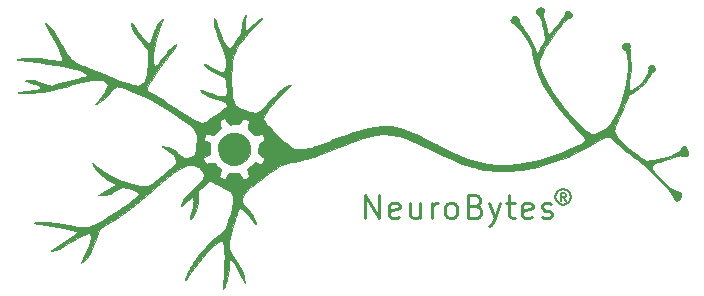
<source format=gbr>
G04 #@! TF.FileFunction,Soldermask,Top*
%FSLAX46Y46*%
G04 Gerber Fmt 4.6, Leading zero omitted, Abs format (unit mm)*
G04 Created by KiCad (PCBNEW 4.0.5-e0-6337~49~ubuntu14.04.1) date Mon May  1 15:59:53 2017*
%MOMM*%
%LPD*%
G01*
G04 APERTURE LIST*
%ADD10C,0.100000*%
%ADD11C,0.285000*%
%ADD12C,0.140000*%
%ADD13C,0.010000*%
G04 APERTURE END LIST*
D10*
D11*
X161142856Y-95904762D02*
X161142856Y-93904762D01*
X162285714Y-95904762D01*
X162285714Y-93904762D01*
X163999999Y-95809524D02*
X163809523Y-95904762D01*
X163428571Y-95904762D01*
X163238094Y-95809524D01*
X163142856Y-95619048D01*
X163142856Y-94857143D01*
X163238094Y-94666667D01*
X163428571Y-94571429D01*
X163809523Y-94571429D01*
X163999999Y-94666667D01*
X164095237Y-94857143D01*
X164095237Y-95047619D01*
X163142856Y-95238095D01*
X165809523Y-94571429D02*
X165809523Y-95904762D01*
X164952380Y-94571429D02*
X164952380Y-95619048D01*
X165047619Y-95809524D01*
X165238095Y-95904762D01*
X165523809Y-95904762D01*
X165714285Y-95809524D01*
X165809523Y-95714286D01*
X166761904Y-95904762D02*
X166761904Y-94571429D01*
X166761904Y-94952381D02*
X166857143Y-94761905D01*
X166952381Y-94666667D01*
X167142857Y-94571429D01*
X167333333Y-94571429D01*
X168285714Y-95904762D02*
X168095238Y-95809524D01*
X167999999Y-95714286D01*
X167904761Y-95523810D01*
X167904761Y-94952381D01*
X167999999Y-94761905D01*
X168095238Y-94666667D01*
X168285714Y-94571429D01*
X168571428Y-94571429D01*
X168761904Y-94666667D01*
X168857142Y-94761905D01*
X168952380Y-94952381D01*
X168952380Y-95523810D01*
X168857142Y-95714286D01*
X168761904Y-95809524D01*
X168571428Y-95904762D01*
X168285714Y-95904762D01*
X170476190Y-94857143D02*
X170761904Y-94952381D01*
X170857143Y-95047619D01*
X170952381Y-95238095D01*
X170952381Y-95523810D01*
X170857143Y-95714286D01*
X170761904Y-95809524D01*
X170571428Y-95904762D01*
X169809523Y-95904762D01*
X169809523Y-93904762D01*
X170476190Y-93904762D01*
X170666666Y-94000000D01*
X170761904Y-94095238D01*
X170857143Y-94285714D01*
X170857143Y-94476190D01*
X170761904Y-94666667D01*
X170666666Y-94761905D01*
X170476190Y-94857143D01*
X169809523Y-94857143D01*
X171619047Y-94571429D02*
X172095238Y-95904762D01*
X172571428Y-94571429D02*
X172095238Y-95904762D01*
X171904762Y-96380952D01*
X171809523Y-96476190D01*
X171619047Y-96571429D01*
X173047619Y-94571429D02*
X173809524Y-94571429D01*
X173333333Y-93904762D02*
X173333333Y-95619048D01*
X173428572Y-95809524D01*
X173619048Y-95904762D01*
X173809524Y-95904762D01*
X175238095Y-95809524D02*
X175047619Y-95904762D01*
X174666667Y-95904762D01*
X174476190Y-95809524D01*
X174380952Y-95619048D01*
X174380952Y-94857143D01*
X174476190Y-94666667D01*
X174666667Y-94571429D01*
X175047619Y-94571429D01*
X175238095Y-94666667D01*
X175333333Y-94857143D01*
X175333333Y-95047619D01*
X174380952Y-95238095D01*
X176095238Y-95809524D02*
X176285715Y-95904762D01*
X176666667Y-95904762D01*
X176857143Y-95809524D01*
X176952381Y-95619048D01*
X176952381Y-95523810D01*
X176857143Y-95333333D01*
X176666667Y-95238095D01*
X176380953Y-95238095D01*
X176190476Y-95142857D01*
X176095238Y-94952381D01*
X176095238Y-94857143D01*
X176190476Y-94666667D01*
X176380953Y-94571429D01*
X176666667Y-94571429D01*
X176857143Y-94666667D01*
D12*
X178138095Y-94409524D02*
X177900000Y-94123810D01*
X177709524Y-94409524D02*
X177709524Y-93742857D01*
X177995238Y-93742857D01*
X178090476Y-93790476D01*
X178138095Y-93885714D01*
X178138095Y-93980952D01*
X178090476Y-94076190D01*
X177995238Y-94123810D01*
X177709524Y-94123810D01*
X177900000Y-93409524D02*
X177661905Y-93457143D01*
X177423809Y-93600000D01*
X177280952Y-93838095D01*
X177233333Y-94076190D01*
X177280952Y-94314286D01*
X177423809Y-94552381D01*
X177661905Y-94695238D01*
X177900000Y-94742857D01*
X178138095Y-94695238D01*
X178376190Y-94552381D01*
X178519047Y-94314286D01*
X178566667Y-94076190D01*
X178519047Y-93838095D01*
X178376190Y-93600000D01*
X178138095Y-93457143D01*
X177900000Y-93409524D01*
D13*
G36*
X176067648Y-78046415D02*
X176216265Y-78112184D01*
X176274556Y-78221252D01*
X176245867Y-78380681D01*
X176236817Y-78403345D01*
X176207110Y-78487982D01*
X176192868Y-78577214D01*
X176196592Y-78686852D01*
X176220780Y-78832712D01*
X176267933Y-79030607D01*
X176340549Y-79296349D01*
X176423759Y-79586000D01*
X176507020Y-79876662D01*
X176571954Y-80084484D01*
X176630838Y-80210440D01*
X176695950Y-80255501D01*
X176779567Y-80220642D01*
X176893966Y-80106834D01*
X177051425Y-79915052D01*
X177259467Y-79652234D01*
X177508344Y-79338538D01*
X177699756Y-79093969D01*
X177840439Y-78908911D01*
X177937130Y-78773746D01*
X177996565Y-78678860D01*
X178025482Y-78614634D01*
X178030618Y-78571453D01*
X178027050Y-78556559D01*
X178029385Y-78461948D01*
X178050251Y-78404900D01*
X178134970Y-78337686D01*
X178268567Y-78316217D01*
X178409201Y-78340493D01*
X178510317Y-78404900D01*
X178606504Y-78562090D01*
X178631295Y-78714598D01*
X178589256Y-78839594D01*
X178484952Y-78914249D01*
X178406202Y-78925600D01*
X178306528Y-78951025D01*
X178182508Y-79031594D01*
X178027623Y-79173750D01*
X177835355Y-79383934D01*
X177599185Y-79668587D01*
X177403791Y-79916200D01*
X177017015Y-80432334D01*
X176675556Y-80925921D01*
X176385183Y-81387313D01*
X176151665Y-81806859D01*
X175980769Y-82174910D01*
X175884211Y-82458208D01*
X175846921Y-82620403D01*
X175837824Y-82746799D01*
X175858928Y-82881243D01*
X175912120Y-83067182D01*
X176097372Y-83565452D01*
X176357213Y-84111537D01*
X176683760Y-84693915D01*
X177069128Y-85301066D01*
X177505434Y-85921469D01*
X177984795Y-86543600D01*
X178499327Y-87155941D01*
X179041146Y-87746968D01*
X179284512Y-87995651D01*
X179565073Y-88270309D01*
X179792314Y-88475994D01*
X179979185Y-88620745D01*
X180138638Y-88712601D01*
X180283621Y-88759603D01*
X180427085Y-88769789D01*
X180518192Y-88761523D01*
X180793212Y-88685587D01*
X181096101Y-88537585D01*
X181403331Y-88333092D01*
X181691375Y-88087683D01*
X181927731Y-87828405D01*
X182196999Y-87430539D01*
X182449790Y-86949073D01*
X182681408Y-86401322D01*
X182887158Y-85804601D01*
X183062345Y-85176224D01*
X183202273Y-84533506D01*
X183302247Y-83893762D01*
X183357572Y-83274307D01*
X183363553Y-82692454D01*
X183356969Y-82557800D01*
X183331831Y-82230470D01*
X183299926Y-81990206D01*
X183256774Y-81822497D01*
X183197895Y-81712834D01*
X183118811Y-81646708D01*
X183069006Y-81624986D01*
X182926945Y-81536354D01*
X182868312Y-81413320D01*
X182891791Y-81277524D01*
X182996063Y-81150605D01*
X183101853Y-81085322D01*
X183249541Y-81030980D01*
X183362083Y-81035520D01*
X183405817Y-81052151D01*
X183469267Y-81089820D01*
X183503956Y-81147222D01*
X183517076Y-81250614D01*
X183515818Y-81426253D01*
X183515109Y-81451179D01*
X183516750Y-81636229D01*
X183528602Y-81889617D01*
X183548727Y-82178809D01*
X183575183Y-82471272D01*
X183576945Y-82488359D01*
X183605773Y-82784547D01*
X183621078Y-83014037D01*
X183622351Y-83210895D01*
X183609076Y-83409186D01*
X183580744Y-83642977D01*
X183557078Y-83809159D01*
X183504264Y-84176509D01*
X183466810Y-84456655D01*
X183444094Y-84662727D01*
X183435493Y-84807856D01*
X183440383Y-84905172D01*
X183458140Y-84967806D01*
X183488142Y-85008889D01*
X183499637Y-85019141D01*
X183572515Y-85060087D01*
X183659121Y-85048608D01*
X183746340Y-85010809D01*
X184000109Y-84859884D01*
X184268527Y-84652434D01*
X184514487Y-84419361D01*
X184657803Y-84251762D01*
X184806141Y-84036443D01*
X184938097Y-83809326D01*
X185043484Y-83592111D01*
X185112115Y-83406497D01*
X185133802Y-83274186D01*
X185129360Y-83247256D01*
X185122190Y-83102931D01*
X185187450Y-83000002D01*
X185301147Y-82947851D01*
X185439288Y-82955861D01*
X185577877Y-83033413D01*
X185606129Y-83060828D01*
X185696462Y-83205904D01*
X185694676Y-83336830D01*
X185604100Y-83436246D01*
X185528028Y-83468280D01*
X185440211Y-83508830D01*
X185355215Y-83586679D01*
X185257986Y-83719506D01*
X185133469Y-83924991D01*
X185121628Y-83945532D01*
X184799054Y-84419913D01*
X184418584Y-84815841D01*
X183968253Y-85145490D01*
X183904073Y-85184041D01*
X183714875Y-85299969D01*
X183553366Y-85407681D01*
X183444483Y-85490183D01*
X183419566Y-85514241D01*
X183365197Y-85606971D01*
X183296373Y-85763956D01*
X183227555Y-85952052D01*
X183224465Y-85961400D01*
X183159783Y-86138542D01*
X183062893Y-86379462D01*
X182945429Y-86656285D01*
X182819028Y-86941135D01*
X182779161Y-87028200D01*
X182582549Y-87460956D01*
X182430619Y-87811720D01*
X182320399Y-88088230D01*
X182248914Y-88298222D01*
X182213192Y-88449436D01*
X182207688Y-88515259D01*
X182248654Y-88668547D01*
X182364000Y-88868195D01*
X182543734Y-89103957D01*
X182777868Y-89365587D01*
X183056411Y-89642837D01*
X183369373Y-89925461D01*
X183706763Y-90203212D01*
X184058593Y-90465843D01*
X184213800Y-90572898D01*
X184483365Y-90750856D01*
X184686252Y-90876276D01*
X184837470Y-90957029D01*
X184952029Y-91000989D01*
X185044938Y-91016029D01*
X185059088Y-91016277D01*
X185281950Y-90999119D01*
X185576195Y-90952194D01*
X185918117Y-90881522D01*
X186284009Y-90793119D01*
X186650166Y-90693005D01*
X186992880Y-90587197D01*
X187288445Y-90481713D01*
X187468968Y-90404505D01*
X187640891Y-90316092D01*
X187744019Y-90239616D01*
X187804341Y-90150416D01*
X187839315Y-90053078D01*
X187922607Y-89874200D01*
X188034481Y-89781061D01*
X188165174Y-89780586D01*
X188201074Y-89796518D01*
X188326851Y-89910937D01*
X188412061Y-90078617D01*
X188450304Y-90267280D01*
X188435181Y-90444644D01*
X188360293Y-90578430D01*
X188356737Y-90581722D01*
X188286409Y-90632434D01*
X188206395Y-90646054D01*
X188080788Y-90625096D01*
X188004838Y-90606340D01*
X187880104Y-90577964D01*
X187776223Y-90569860D01*
X187664222Y-90586216D01*
X187515125Y-90631223D01*
X187303601Y-90707716D01*
X186840328Y-90872715D01*
X186448421Y-90996778D01*
X186109007Y-91085655D01*
X185956786Y-91117975D01*
X185687261Y-91194579D01*
X185510381Y-91303201D01*
X185421155Y-91447765D01*
X185407600Y-91549531D01*
X185416454Y-91626426D01*
X185449880Y-91709440D01*
X185518174Y-91812941D01*
X185631632Y-91951298D01*
X185800548Y-92138878D01*
X185928300Y-92276224D01*
X186296826Y-92663256D01*
X186608893Y-92975793D01*
X186870924Y-93219140D01*
X187089346Y-93398602D01*
X187270585Y-93519483D01*
X187421067Y-93587088D01*
X187540177Y-93606800D01*
X187716819Y-93637224D01*
X187812726Y-93699700D01*
X187887270Y-93850520D01*
X187885630Y-94028004D01*
X187815741Y-94201833D01*
X187685538Y-94341690D01*
X187636788Y-94372017D01*
X187508328Y-94390479D01*
X187383232Y-94323591D01*
X187281380Y-94186253D01*
X187239089Y-94073987D01*
X187210236Y-94004937D01*
X187151685Y-93912663D01*
X187057085Y-93789889D01*
X186920087Y-93629342D01*
X186734342Y-93423745D01*
X186493499Y-93165823D01*
X186191211Y-92848301D01*
X185954394Y-92601971D01*
X185613001Y-92248951D01*
X185329115Y-91958777D01*
X185090577Y-91720346D01*
X184885229Y-91522553D01*
X184700910Y-91354290D01*
X184525462Y-91204454D01*
X184346724Y-91061939D01*
X184152538Y-90915639D01*
X183934400Y-90757078D01*
X183525624Y-90458106D01*
X183160088Y-90180867D01*
X182845894Y-89931980D01*
X182591144Y-89718062D01*
X182403939Y-89545733D01*
X182292381Y-89421611D01*
X182283002Y-89408063D01*
X182193936Y-89305501D01*
X182060251Y-89185877D01*
X181994546Y-89135391D01*
X181757850Y-89010435D01*
X181522903Y-88984411D01*
X181280127Y-89057363D01*
X181140400Y-89139280D01*
X180244353Y-89699714D01*
X179280523Y-90216901D01*
X178273724Y-90679839D01*
X177248769Y-91077524D01*
X176230471Y-91398955D01*
X175780499Y-91515915D01*
X175281995Y-91629970D01*
X174834822Y-91716412D01*
X174406901Y-91779365D01*
X173966152Y-91822950D01*
X173480493Y-91851291D01*
X173063200Y-91865131D01*
X172516886Y-91871972D01*
X172043135Y-91860428D01*
X171614059Y-91827384D01*
X171201774Y-91769725D01*
X170778396Y-91684335D01*
X170316039Y-91568100D01*
X170254431Y-91551333D01*
X169955147Y-91465250D01*
X169658121Y-91370583D01*
X169351451Y-91262436D01*
X169023234Y-91135916D01*
X168661567Y-90986129D01*
X168254545Y-90808179D01*
X167790266Y-90597173D01*
X167256827Y-90348217D01*
X166789400Y-90126598D01*
X166204030Y-89849079D01*
X165699162Y-89613683D01*
X165264554Y-89416830D01*
X164889966Y-89254941D01*
X164565159Y-89124437D01*
X164279893Y-89021738D01*
X164023928Y-88943264D01*
X163787023Y-88885436D01*
X163558938Y-88844674D01*
X163329435Y-88817399D01*
X163088272Y-88800032D01*
X162979400Y-88794760D01*
X162713996Y-88788748D01*
X162456794Y-88796057D01*
X162197545Y-88819419D01*
X161925999Y-88861566D01*
X161631908Y-88925229D01*
X161305022Y-89013139D01*
X160935093Y-89128029D01*
X160511871Y-89272628D01*
X160025108Y-89449669D01*
X159464554Y-89661884D01*
X158890000Y-89884619D01*
X158484013Y-90041875D01*
X158074024Y-90198211D01*
X157678896Y-90346615D01*
X157317494Y-90480069D01*
X157008681Y-90591561D01*
X156771320Y-90674074D01*
X156731000Y-90687498D01*
X156474362Y-90770174D01*
X156244400Y-90839160D01*
X156018886Y-90899829D01*
X155775589Y-90957550D01*
X155492281Y-91017695D01*
X155146731Y-91085635D01*
X154853016Y-91141250D01*
X154584560Y-91203719D01*
X154320367Y-91292856D01*
X154046872Y-91416053D01*
X153750512Y-91580704D01*
X153417721Y-91794200D01*
X153034936Y-92063934D01*
X152691355Y-92319314D01*
X152407670Y-92532968D01*
X152136596Y-92735694D01*
X151893516Y-92916096D01*
X151693814Y-93062781D01*
X151552874Y-93164351D01*
X151513618Y-93191692D01*
X151314803Y-93352953D01*
X151121983Y-93554723D01*
X150948281Y-93777480D01*
X150806815Y-94001701D01*
X150710706Y-94207864D01*
X150673074Y-94376448D01*
X150678555Y-94434220D01*
X150724670Y-94521426D01*
X150825635Y-94661722D01*
X150965978Y-94834873D01*
X151110604Y-94999271D01*
X151290335Y-95207111D01*
X151460250Y-95423050D01*
X151597874Y-95617513D01*
X151664861Y-95728590D01*
X151754500Y-95913233D01*
X151829002Y-96094316D01*
X151881056Y-96249945D01*
X151903349Y-96358227D01*
X151888567Y-96397268D01*
X151888205Y-96397235D01*
X151844229Y-96359014D01*
X151749994Y-96257720D01*
X151619530Y-96108953D01*
X151473200Y-95935916D01*
X151264971Y-95694030D01*
X151058571Y-95469074D01*
X150865459Y-95272050D01*
X150697098Y-95113958D01*
X150564948Y-95005800D01*
X150480470Y-94958578D01*
X150458779Y-94962207D01*
X150432031Y-95024049D01*
X150383901Y-95164322D01*
X150320669Y-95363697D01*
X150248617Y-95602844D01*
X150230655Y-95664200D01*
X150140457Y-95963742D01*
X150040226Y-96280039D01*
X149942676Y-96573800D01*
X149866323Y-96790124D01*
X149739202Y-97161868D01*
X149656115Y-97481087D01*
X149610019Y-97783084D01*
X149593874Y-98103163D01*
X149593600Y-98157483D01*
X149593600Y-98528699D01*
X150055096Y-99221123D01*
X150322887Y-99633688D01*
X150531465Y-99981508D01*
X150686975Y-100277626D01*
X150795561Y-100535085D01*
X150863366Y-100766930D01*
X150896534Y-100986203D01*
X150898421Y-101011431D01*
X150921457Y-101353800D01*
X150595494Y-100744200D01*
X150363204Y-100315760D01*
X150170227Y-99973601D01*
X150012838Y-99711966D01*
X149887313Y-99525102D01*
X149789929Y-99407252D01*
X149716960Y-99352662D01*
X149691500Y-99347200D01*
X149669410Y-99393683D01*
X149645112Y-99516355D01*
X149623423Y-99690048D01*
X149621006Y-99715500D01*
X149568497Y-100171653D01*
X149496452Y-100627471D01*
X149410798Y-101050362D01*
X149317462Y-101407733D01*
X149307287Y-101440671D01*
X149230136Y-101664679D01*
X149166317Y-101809425D01*
X149119711Y-101870897D01*
X149094197Y-101845082D01*
X149093654Y-101727967D01*
X149101433Y-101653571D01*
X149132509Y-101352136D01*
X149161236Y-100978193D01*
X149186431Y-100558660D01*
X149206912Y-100120459D01*
X149221498Y-99690509D01*
X149229007Y-99295731D01*
X149228257Y-98963045D01*
X149224915Y-98840919D01*
X149205343Y-98470544D01*
X149175800Y-98193366D01*
X149131502Y-98001111D01*
X149067664Y-97885511D01*
X148979502Y-97838291D01*
X148862233Y-97851182D01*
X148711073Y-97915912D01*
X148694828Y-97924430D01*
X148505440Y-98052140D01*
X148269183Y-98255960D01*
X147994314Y-98526657D01*
X147689090Y-98854996D01*
X147361769Y-99231745D01*
X147020609Y-99647669D01*
X146673867Y-100093535D01*
X146329801Y-100560110D01*
X146298086Y-100604431D01*
X146153376Y-100804587D01*
X146027662Y-100973618D01*
X145933712Y-101094691D01*
X145884297Y-101150974D01*
X145882495Y-101152271D01*
X145863488Y-101136814D01*
X145887454Y-101046936D01*
X145947481Y-100896727D01*
X146036659Y-100700277D01*
X146148076Y-100471674D01*
X146274819Y-100225010D01*
X146409980Y-99974374D01*
X146546644Y-99733855D01*
X146677903Y-99517543D01*
X146705628Y-99474200D01*
X146991824Y-99057386D01*
X147293258Y-98673418D01*
X147626394Y-98304737D01*
X148007698Y-97933782D01*
X148453634Y-97542993D01*
X148730249Y-97314997D01*
X148963544Y-97120974D01*
X149130035Y-96968086D01*
X149246001Y-96838992D01*
X149327722Y-96716348D01*
X149368983Y-96634515D01*
X149449061Y-96433399D01*
X149542162Y-96158391D01*
X149640947Y-95835139D01*
X149738076Y-95489289D01*
X149826210Y-95146488D01*
X149898012Y-94832383D01*
X149927754Y-94681845D01*
X149970831Y-94345144D01*
X149958808Y-94068007D01*
X149883380Y-93837148D01*
X149736240Y-93639278D01*
X149509083Y-93461110D01*
X149193606Y-93289358D01*
X149003518Y-93203193D01*
X148768377Y-93098431D01*
X148542973Y-92992932D01*
X148359452Y-92901974D01*
X148281478Y-92859973D01*
X148080296Y-92771768D01*
X147937402Y-92765365D01*
X147852803Y-92812144D01*
X147718128Y-92913734D01*
X147553755Y-93051742D01*
X147380064Y-93207776D01*
X147217433Y-93363444D01*
X147086242Y-93500354D01*
X147006870Y-93600113D01*
X147000682Y-93610756D01*
X146981773Y-93707753D01*
X146981418Y-93872352D01*
X146995268Y-94035131D01*
X147009409Y-94503404D01*
X146932527Y-94935923D01*
X146828279Y-95214108D01*
X146747642Y-95368594D01*
X146644981Y-95535826D01*
X146535031Y-95695534D01*
X146432525Y-95827447D01*
X146352197Y-95911296D01*
X146309587Y-95927721D01*
X146313337Y-95872803D01*
X146341335Y-95743622D01*
X146388294Y-95563123D01*
X146416720Y-95462569D01*
X146526290Y-95045441D01*
X146593241Y-94699839D01*
X146617399Y-94430109D01*
X146598592Y-94240596D01*
X146536650Y-94135646D01*
X146470100Y-94114800D01*
X146403228Y-94148240D01*
X146282934Y-94238727D01*
X146127681Y-94371507D01*
X145993298Y-94495800D01*
X145827868Y-94650632D01*
X145688376Y-94775187D01*
X145591478Y-94854963D01*
X145555705Y-94876800D01*
X145529185Y-94836989D01*
X145546085Y-94733470D01*
X145598321Y-94590116D01*
X145677811Y-94430799D01*
X145741414Y-94328301D01*
X145833348Y-94210731D01*
X145981918Y-94040796D01*
X146170557Y-93836590D01*
X146382700Y-93616205D01*
X146518340Y-93479800D01*
X146825868Y-93171731D01*
X147065281Y-92922410D01*
X147242700Y-92721222D01*
X147364247Y-92557551D01*
X147436045Y-92420781D01*
X147464215Y-92300297D01*
X147454880Y-92185482D01*
X147414161Y-92065722D01*
X147378135Y-91988925D01*
X147232750Y-91767442D01*
X147028757Y-91592002D01*
X146996038Y-91570460D01*
X146799089Y-91465476D01*
X146594748Y-91403128D01*
X146376948Y-91386396D01*
X146139620Y-91418263D01*
X145876698Y-91501710D01*
X145582114Y-91639717D01*
X145249800Y-91835267D01*
X144873688Y-92091341D01*
X144447712Y-92410921D01*
X143965803Y-92796987D01*
X143421894Y-93252522D01*
X143218317Y-93426721D01*
X142660813Y-93903792D01*
X142168659Y-94319669D01*
X141732180Y-94681670D01*
X141341699Y-94997112D01*
X140987542Y-95273313D01*
X140660034Y-95517589D01*
X140349498Y-95737259D01*
X140046260Y-95939640D01*
X139740643Y-96132049D01*
X139422974Y-96321804D01*
X139283892Y-96402320D01*
X139039539Y-96545697D01*
X138855675Y-96667674D01*
X138717412Y-96787663D01*
X138609861Y-96925078D01*
X138518135Y-97099330D01*
X138427345Y-97329832D01*
X138322603Y-97635995D01*
X138311028Y-97670800D01*
X138115854Y-98209535D01*
X137915809Y-98667870D01*
X137713708Y-99040658D01*
X137512366Y-99322754D01*
X137314600Y-99509013D01*
X137299413Y-99519357D01*
X137176177Y-99597524D01*
X137091178Y-99645177D01*
X137072504Y-99652000D01*
X137084065Y-99609572D01*
X137134346Y-99493391D01*
X137215712Y-99320111D01*
X137320524Y-99106388D01*
X137346220Y-99055100D01*
X137559424Y-98609963D01*
X137716179Y-98232360D01*
X137821476Y-97908906D01*
X137880303Y-97626214D01*
X137881160Y-97620000D01*
X137885195Y-97402893D01*
X137835522Y-97245239D01*
X137738627Y-97160354D01*
X137652470Y-97150607D01*
X137521519Y-97188302D01*
X137316769Y-97278593D01*
X137048016Y-97416325D01*
X136725052Y-97596347D01*
X136357673Y-97813505D01*
X136146749Y-97942856D01*
X135899060Y-98094437D01*
X135657545Y-98238489D01*
X135447206Y-98360341D01*
X135293044Y-98445321D01*
X135272399Y-98455970D01*
X135118566Y-98521766D01*
X134945141Y-98578014D01*
X134777966Y-98618875D01*
X134642883Y-98638511D01*
X134565733Y-98631081D01*
X134556800Y-98617652D01*
X134597383Y-98581558D01*
X134710855Y-98498856D01*
X134884794Y-98378123D01*
X135106781Y-98227934D01*
X135364395Y-98056864D01*
X135458500Y-97995070D01*
X135849812Y-97737106D01*
X136161009Y-97527811D01*
X136398463Y-97362534D01*
X136568545Y-97236627D01*
X136677626Y-97145441D01*
X136732077Y-97084326D01*
X136741200Y-97059082D01*
X136691739Y-97011172D01*
X136547498Y-96953506D01*
X136314692Y-96887418D01*
X135999533Y-96814241D01*
X135608236Y-96735309D01*
X135147013Y-96651955D01*
X134622079Y-96565512D01*
X134039646Y-96477314D01*
X134009964Y-96473003D01*
X133633835Y-96415573D01*
X133357990Y-96366457D01*
X133181517Y-96324916D01*
X133103504Y-96290216D01*
X133123039Y-96261619D01*
X133239209Y-96238390D01*
X133451102Y-96219790D01*
X133681815Y-96208041D01*
X133935309Y-96202067D01*
X134184772Y-96206923D01*
X134446720Y-96224516D01*
X134737671Y-96256753D01*
X135074142Y-96305542D01*
X135472652Y-96372788D01*
X135949718Y-96460399D01*
X136077321Y-96484589D01*
X136403009Y-96543277D01*
X136722432Y-96594848D01*
X137011167Y-96635793D01*
X137244792Y-96662598D01*
X137377823Y-96671559D01*
X137533963Y-96672788D01*
X137660714Y-96663084D01*
X137782846Y-96635113D01*
X137925128Y-96581537D01*
X138112331Y-96495019D01*
X138321101Y-96392175D01*
X138683588Y-96202670D01*
X139072440Y-95983064D01*
X139476460Y-95741097D01*
X139884452Y-95484510D01*
X140285216Y-95221041D01*
X140667557Y-94958430D01*
X141020277Y-94704417D01*
X141332177Y-94466742D01*
X141592062Y-94253144D01*
X141788734Y-94071363D01*
X141910994Y-93929138D01*
X141930379Y-93897437D01*
X141957095Y-93813372D01*
X141919762Y-93738742D01*
X141853343Y-93675914D01*
X141743451Y-93609471D01*
X141563064Y-93528848D01*
X141340431Y-93443781D01*
X141103802Y-93364007D01*
X140881427Y-93299264D01*
X140701556Y-93259289D01*
X140621147Y-93251200D01*
X140520466Y-93276695D01*
X140361469Y-93344985D01*
X140171210Y-93443778D01*
X140075654Y-93499066D01*
X139871721Y-93619615D01*
X139679932Y-93730028D01*
X139531178Y-93812628D01*
X139489299Y-93834604D01*
X139374272Y-93874389D01*
X139208851Y-93909578D01*
X139018595Y-93937617D01*
X138829065Y-93955950D01*
X138665817Y-93962021D01*
X138554412Y-93953277D01*
X138519552Y-93931558D01*
X138562314Y-93893662D01*
X138680251Y-93818210D01*
X138858212Y-93714166D01*
X139081047Y-93590492D01*
X139240178Y-93505200D01*
X139485195Y-93373066D01*
X139696448Y-93254338D01*
X139858361Y-93158152D01*
X139955360Y-93093649D01*
X139976125Y-93073400D01*
X139941134Y-93029389D01*
X139834272Y-92947284D01*
X139672176Y-92838879D01*
X139474587Y-92717800D01*
X139023184Y-92425833D01*
X138661700Y-92132612D01*
X138378850Y-91827961D01*
X138202843Y-91571277D01*
X138113997Y-91413354D01*
X138054147Y-91292143D01*
X138034649Y-91230935D01*
X138035764Y-91228502D01*
X138081442Y-91248500D01*
X138180267Y-91322198D01*
X138311215Y-91433860D01*
X138316611Y-91438702D01*
X138922172Y-91920148D01*
X139588593Y-92328830D01*
X140321624Y-92667705D01*
X141127011Y-92939732D01*
X141352151Y-93000694D01*
X141741679Y-93089233D01*
X142075366Y-93137062D01*
X142350043Y-93149600D01*
X142563802Y-93143450D01*
X142743210Y-93118724D01*
X142907483Y-93066005D01*
X143075842Y-92975877D01*
X143267505Y-92838924D01*
X143501690Y-92645730D01*
X143661093Y-92507252D01*
X143909156Y-92291772D01*
X144192824Y-92048757D01*
X144469265Y-91814771D01*
X144614294Y-91693548D01*
X144822754Y-91512069D01*
X144991409Y-91348756D01*
X145105199Y-91218960D01*
X145145919Y-91151614D01*
X145154201Y-90979662D01*
X145073767Y-90782034D01*
X145064078Y-90769180D01*
X147417814Y-90769180D01*
X147523796Y-91024202D01*
X147588712Y-91170310D01*
X147641397Y-91241895D01*
X147705853Y-91259356D01*
X147786189Y-91247213D01*
X148025196Y-91200453D01*
X148191839Y-91180641D01*
X148313216Y-91193974D01*
X148416422Y-91246648D01*
X148528552Y-91344861D01*
X148621126Y-91438167D01*
X148893252Y-91715983D01*
X148815776Y-92055637D01*
X148738301Y-92395291D01*
X148950050Y-92489457D01*
X149089932Y-92547280D01*
X149194169Y-92582589D01*
X149217706Y-92587211D01*
X149272492Y-92549241D01*
X149357030Y-92447192D01*
X149431508Y-92336800D01*
X149589403Y-92082800D01*
X150036001Y-92083808D01*
X150482600Y-92084816D01*
X150632799Y-92337808D01*
X150719470Y-92474147D01*
X150788824Y-92565997D01*
X150819087Y-92590800D01*
X150883059Y-92572270D01*
X151006447Y-92524973D01*
X151091506Y-92489497D01*
X151236595Y-92417112D01*
X151299419Y-92354361D01*
X151300805Y-92298997D01*
X151273432Y-92195775D01*
X151236824Y-92042587D01*
X151222932Y-91981200D01*
X151172088Y-91752600D01*
X151470122Y-91453229D01*
X151768156Y-91153859D01*
X151998773Y-91211929D01*
X152203055Y-91257412D01*
X152335169Y-91264088D01*
X152419429Y-91224993D01*
X152480145Y-91133164D01*
X152509084Y-91065771D01*
X152559632Y-90928602D01*
X152588330Y-90829716D01*
X152590800Y-90811302D01*
X152550793Y-90759704D01*
X152447178Y-90677712D01*
X152336800Y-90604773D01*
X152216133Y-90527247D01*
X152138137Y-90457168D01*
X152096213Y-90372104D01*
X152083766Y-90249619D01*
X152094196Y-90067282D01*
X152115670Y-89852815D01*
X152137624Y-89677793D01*
X152170342Y-89570310D01*
X152233103Y-89496661D01*
X152345184Y-89423142D01*
X152369670Y-89408736D01*
X152496873Y-89322248D01*
X152576816Y-89244922D01*
X152590800Y-89213976D01*
X152573258Y-89137894D01*
X152530867Y-89011213D01*
X152478980Y-88875185D01*
X152432946Y-88771064D01*
X152415004Y-88741576D01*
X152363111Y-88745149D01*
X152239641Y-88767918D01*
X152077443Y-88803563D01*
X151752600Y-88879373D01*
X151468021Y-88597820D01*
X151183443Y-88316266D01*
X151251327Y-88027833D01*
X151288381Y-87861775D01*
X151313369Y-87733337D01*
X151320006Y-87682801D01*
X151277746Y-87637247D01*
X151172910Y-87576764D01*
X151039800Y-87517044D01*
X150912717Y-87473779D01*
X150836501Y-87461605D01*
X150784460Y-87502531D01*
X150704442Y-87605642D01*
X150649654Y-87690205D01*
X150556664Y-87827682D01*
X150475565Y-87895660D01*
X150375794Y-87916944D01*
X150344854Y-87917641D01*
X150192433Y-87924205D01*
X150000212Y-87940287D01*
X149915936Y-87949544D01*
X149654073Y-87981006D01*
X149467240Y-87699616D01*
X149280408Y-87418226D01*
X149056063Y-87494668D01*
X148916436Y-87549405D01*
X148822053Y-87599677D01*
X148803596Y-87616613D01*
X148797959Y-87687153D01*
X148811604Y-87824778D01*
X148836269Y-87971135D01*
X148897065Y-88280154D01*
X148623032Y-88559783D01*
X148496744Y-88687568D01*
X148400771Y-88768399D01*
X148308545Y-88808600D01*
X148193497Y-88814497D01*
X148029058Y-88792415D01*
X147811789Y-88752913D01*
X147699629Y-88738118D01*
X147633798Y-88761506D01*
X147583901Y-88844673D01*
X147545089Y-88942394D01*
X147494636Y-89080600D01*
X147464131Y-89175929D01*
X147460000Y-89196302D01*
X147499295Y-89238086D01*
X147601233Y-89314783D01*
X147714000Y-89390400D01*
X147968000Y-89553391D01*
X147968000Y-90435733D01*
X147692907Y-90602456D01*
X147417814Y-90769180D01*
X145064078Y-90769180D01*
X144911664Y-90566996D01*
X144674941Y-90342814D01*
X144370643Y-90117752D01*
X144145300Y-89978006D01*
X144012432Y-89896502D01*
X143924790Y-89834339D01*
X143904000Y-89811604D01*
X143948409Y-89798305D01*
X144064540Y-89809003D01*
X144226746Y-89838679D01*
X144409380Y-89882313D01*
X144586796Y-89934884D01*
X144653060Y-89958224D01*
X144864346Y-90064353D01*
X145093300Y-90223117D01*
X145213856Y-90325175D01*
X145418886Y-90508754D01*
X145573589Y-90632478D01*
X145699843Y-90707967D01*
X145819529Y-90746842D01*
X145954527Y-90760722D01*
X146036203Y-90761921D01*
X146305981Y-90732818D01*
X146529775Y-90651726D01*
X146686847Y-90527732D01*
X146731732Y-90457200D01*
X146761889Y-90348305D01*
X146792849Y-90162607D01*
X146822460Y-89924858D01*
X146848566Y-89659810D01*
X146869015Y-89392218D01*
X146881654Y-89146835D01*
X146884327Y-88948412D01*
X146874883Y-88821704D01*
X146874283Y-88818761D01*
X146828826Y-88657635D01*
X146757693Y-88505971D01*
X146651272Y-88353800D01*
X146499954Y-88191154D01*
X146294129Y-88008067D01*
X146024185Y-87794572D01*
X145680513Y-87540699D01*
X145555000Y-87450452D01*
X144587673Y-86799363D01*
X143574318Y-86199891D01*
X142710200Y-85745336D01*
X142293542Y-85543021D01*
X141879316Y-85353081D01*
X141479476Y-85180112D01*
X141105975Y-85028709D01*
X140770769Y-84903469D01*
X140485812Y-84808987D01*
X140263057Y-84749859D01*
X140114460Y-84730682D01*
X140081037Y-84734539D01*
X140007227Y-84780604D01*
X139880036Y-84888550D01*
X139714121Y-85044801D01*
X139524136Y-85235781D01*
X139407131Y-85358780D01*
X139068528Y-85705999D01*
X138783286Y-85966815D01*
X138551418Y-86141220D01*
X138372933Y-86229204D01*
X138301472Y-86240800D01*
X138278152Y-86219340D01*
X138313286Y-86150309D01*
X138411847Y-86026728D01*
X138578807Y-85841621D01*
X138609019Y-85809227D01*
X138869097Y-85509053D01*
X139079272Y-85221025D01*
X139231152Y-84958916D01*
X139316345Y-84736495D01*
X139332000Y-84622768D01*
X139285677Y-84447807D01*
X139146846Y-84314580D01*
X138915714Y-84223270D01*
X138865725Y-84211599D01*
X138643560Y-84173807D01*
X138416326Y-84157914D01*
X138170267Y-84165887D01*
X137891622Y-84199693D01*
X137566633Y-84261298D01*
X137181541Y-84352668D01*
X136722588Y-84475771D01*
X136423260Y-84560720D01*
X135772225Y-84744167D01*
X135201652Y-84895271D01*
X134696613Y-85016658D01*
X134242177Y-85110956D01*
X133823416Y-85180792D01*
X133425401Y-85228795D01*
X133033203Y-85257592D01*
X132631892Y-85269809D01*
X132391280Y-85270349D01*
X132092470Y-85266538D01*
X131887088Y-85259080D01*
X131776259Y-85247192D01*
X131761109Y-85230095D01*
X131842763Y-85207005D01*
X132022348Y-85177143D01*
X132300988Y-85139727D01*
X132638375Y-85098831D01*
X132907615Y-85064659D01*
X133152640Y-85028942D01*
X133349528Y-84995486D01*
X133474361Y-84968097D01*
X133489275Y-84963440D01*
X133611829Y-84895581D01*
X133638367Y-84813795D01*
X133573078Y-84720933D01*
X133420151Y-84619847D01*
X133183775Y-84513388D01*
X132868140Y-84404409D01*
X132526976Y-84308385D01*
X132395209Y-84270083D01*
X132349793Y-84240203D01*
X132377390Y-84207553D01*
X132394660Y-84197351D01*
X132539649Y-84163147D01*
X132764142Y-84172874D01*
X133056978Y-84224608D01*
X133406998Y-84316424D01*
X133769506Y-84434492D01*
X134019206Y-84519841D01*
X134242059Y-84591006D01*
X134416840Y-84641562D01*
X134522325Y-84665087D01*
X134534559Y-84666000D01*
X134613244Y-84652066D01*
X134773778Y-84613023D01*
X135000712Y-84553012D01*
X135278594Y-84476172D01*
X135591975Y-84386641D01*
X135755687Y-84338840D01*
X136098069Y-84239883D01*
X136428665Y-84147498D01*
X136727923Y-84066909D01*
X136976290Y-84003339D01*
X137154216Y-83962013D01*
X137198400Y-83953384D01*
X137439961Y-83901250D01*
X137582305Y-83844122D01*
X137625924Y-83776607D01*
X137571311Y-83693317D01*
X137418957Y-83588859D01*
X137240399Y-83493157D01*
X136968713Y-83380100D01*
X136599113Y-83265040D01*
X136135251Y-83148681D01*
X135580775Y-83031731D01*
X134939336Y-82914896D01*
X134214586Y-82798881D01*
X133410173Y-82684393D01*
X132529749Y-82572139D01*
X132397800Y-82556304D01*
X132063725Y-82514661D01*
X131828362Y-82479868D01*
X131689217Y-82449827D01*
X131643794Y-82422442D01*
X131689600Y-82395613D01*
X131824142Y-82367242D01*
X132044924Y-82335233D01*
X132123049Y-82325182D01*
X132510260Y-82297793D01*
X132972086Y-82301606D01*
X133486762Y-82335673D01*
X134032524Y-82399045D01*
X134125000Y-82412393D01*
X134387226Y-82451349D01*
X134654770Y-82491151D01*
X134883927Y-82525294D01*
X134958408Y-82536411D01*
X135193954Y-82565323D01*
X135346320Y-82562374D01*
X135431083Y-82519573D01*
X135463820Y-82428930D01*
X135460107Y-82282455D01*
X135459797Y-82279206D01*
X135419631Y-82105129D01*
X135328405Y-81857699D01*
X135191491Y-81548055D01*
X135014258Y-81187332D01*
X134802078Y-80786666D01*
X134560323Y-80357193D01*
X134407500Y-80097332D01*
X134269682Y-79862819D01*
X134154823Y-79660034D01*
X134071260Y-79504296D01*
X134027327Y-79410926D01*
X134023381Y-79391285D01*
X134083060Y-79397295D01*
X134190165Y-79463307D01*
X134325293Y-79572791D01*
X134469042Y-79709220D01*
X134602013Y-79856066D01*
X134666030Y-79938768D01*
X134759423Y-80077721D01*
X134889874Y-80283680D01*
X135044250Y-80535314D01*
X135209418Y-80811291D01*
X135330129Y-81017372D01*
X135604126Y-81479097D01*
X135844543Y-81857856D01*
X136059939Y-82163132D01*
X136258873Y-82404408D01*
X136449904Y-82591169D01*
X136641591Y-82732896D01*
X136842493Y-82839074D01*
X137040903Y-82912910D01*
X137172664Y-82959573D01*
X137379208Y-83039133D01*
X137642061Y-83144175D01*
X137942746Y-83267285D01*
X138262790Y-83401044D01*
X138366800Y-83445109D01*
X139002243Y-83710500D01*
X139594722Y-83948469D01*
X140137343Y-84156613D01*
X140623216Y-84332526D01*
X141045448Y-84473805D01*
X141397148Y-84578045D01*
X141671425Y-84642843D01*
X141861385Y-84665793D01*
X141865850Y-84665810D01*
X142105557Y-84618257D01*
X142308414Y-84478914D01*
X142470928Y-84251959D01*
X142589605Y-83941570D01*
X142632889Y-83748280D01*
X142658256Y-83573580D01*
X142686449Y-83325401D01*
X142715082Y-83031730D01*
X142741772Y-82720553D01*
X142764134Y-82419859D01*
X142779783Y-82157633D01*
X142786336Y-81961864D01*
X142786400Y-81946411D01*
X142780775Y-81857097D01*
X142758812Y-81767287D01*
X142712880Y-81665161D01*
X142635347Y-81538900D01*
X142518582Y-81376684D01*
X142354952Y-81166692D01*
X142136827Y-80897106D01*
X142005437Y-80736873D01*
X141719390Y-80357673D01*
X141501897Y-80001837D01*
X141360050Y-79681713D01*
X141321213Y-79545692D01*
X141298445Y-79396633D01*
X141316064Y-79339433D01*
X141371827Y-79375467D01*
X141441981Y-79471700D01*
X141622284Y-79738092D01*
X141822177Y-80009026D01*
X142031325Y-80272991D01*
X142239394Y-80518475D01*
X142436049Y-80733969D01*
X142610955Y-80907960D01*
X142753777Y-81028938D01*
X142854181Y-81085391D01*
X142889323Y-81083782D01*
X142919626Y-81028082D01*
X142969881Y-80897970D01*
X143031503Y-80716545D01*
X143063351Y-80615569D01*
X143155474Y-80345702D01*
X143271097Y-80047709D01*
X143386892Y-79781337D01*
X143399196Y-79755368D01*
X143504676Y-79556518D01*
X143623294Y-79366158D01*
X143742855Y-79199760D01*
X143851162Y-79072795D01*
X143936019Y-79000734D01*
X143985231Y-78999049D01*
X143989189Y-79006913D01*
X143980448Y-79074002D01*
X143942028Y-79215506D01*
X143880090Y-79410768D01*
X143800794Y-79639136D01*
X143799791Y-79641913D01*
X143597141Y-80219231D01*
X143435936Y-80717854D01*
X143313312Y-81150518D01*
X143226403Y-81529955D01*
X143172345Y-81868901D01*
X143148272Y-82180089D01*
X143151320Y-82476254D01*
X143153561Y-82514343D01*
X143177701Y-82747200D01*
X143218814Y-82901627D01*
X143282228Y-82976207D01*
X143373273Y-82969525D01*
X143497277Y-82880165D01*
X143659569Y-82706710D01*
X143865479Y-82447745D01*
X143979800Y-82294785D01*
X144151107Y-82067370D01*
X144315539Y-81857884D01*
X144457301Y-81685858D01*
X144560598Y-81570820D01*
X144582400Y-81549730D01*
X144708086Y-81445489D01*
X144855619Y-81336269D01*
X144997962Y-81240513D01*
X145108073Y-81176664D01*
X145152608Y-81160800D01*
X145160335Y-81182670D01*
X145128034Y-81251869D01*
X145052006Y-81373774D01*
X144928551Y-81553766D01*
X144753970Y-81797223D01*
X144524564Y-82109525D01*
X144236634Y-82496052D01*
X144208908Y-82533082D01*
X143795171Y-83092134D01*
X143447100Y-83577106D01*
X143163295Y-83990240D01*
X142942360Y-84333781D01*
X142782898Y-84609971D01*
X142683512Y-84821054D01*
X142642804Y-84969274D01*
X142648872Y-85037883D01*
X142705396Y-85095017D01*
X142829512Y-85179411D01*
X142996935Y-85274951D01*
X143039477Y-85297044D01*
X143208573Y-85385722D01*
X143384794Y-85483895D01*
X143578792Y-85598281D01*
X143801220Y-85735597D01*
X144062730Y-85902560D01*
X144373975Y-86105890D01*
X144745607Y-86352302D01*
X145188280Y-86648515D01*
X145276228Y-86707574D01*
X145726450Y-87006628D01*
X146104391Y-87249603D01*
X146418992Y-87441456D01*
X146679193Y-87587144D01*
X146893937Y-87691625D01*
X147072164Y-87759855D01*
X147222816Y-87796793D01*
X147247441Y-87800467D01*
X147371257Y-87804385D01*
X147502370Y-87777768D01*
X147655531Y-87713388D01*
X147845489Y-87604020D01*
X148086993Y-87442438D01*
X148324140Y-87272962D01*
X148546579Y-87111373D01*
X148782855Y-86939941D01*
X148991680Y-86788618D01*
X149046701Y-86748800D01*
X149267647Y-86569753D01*
X149395190Y-86417041D01*
X149432171Y-86284437D01*
X149381430Y-86165718D01*
X149334349Y-86118246D01*
X149240630Y-86063214D01*
X149070609Y-85987342D01*
X148845260Y-85899111D01*
X148585559Y-85807002D01*
X148470758Y-85769030D01*
X148019290Y-85611434D01*
X147666813Y-85462475D01*
X147411187Y-85321058D01*
X147250269Y-85186088D01*
X147205496Y-85122258D01*
X147166869Y-85033747D01*
X147163784Y-84998141D01*
X147214786Y-85009715D01*
X147339857Y-85052473D01*
X147518974Y-85119265D01*
X147688600Y-85185546D01*
X148043585Y-85317779D01*
X148387267Y-85429144D01*
X148698602Y-85513816D01*
X148956549Y-85565974D01*
X149115497Y-85580400D01*
X149246728Y-85569710D01*
X149335487Y-85527385D01*
X149388483Y-85438036D01*
X149412427Y-85286278D01*
X149414029Y-85056725D01*
X149408568Y-84908405D01*
X149392383Y-84579960D01*
X149370315Y-84335209D01*
X149331995Y-84156343D01*
X149267053Y-84025554D01*
X149165119Y-83925035D01*
X149015823Y-83836977D01*
X148808796Y-83743573D01*
X148704600Y-83699505D01*
X148311676Y-83518937D01*
X147986928Y-83338537D01*
X147740545Y-83164692D01*
X147582718Y-83003788D01*
X147573467Y-82990549D01*
X147503548Y-82864609D01*
X147507352Y-82806508D01*
X147582438Y-82816844D01*
X147726362Y-82896217D01*
X147788742Y-82937797D01*
X147952347Y-83039849D01*
X148164522Y-83158194D01*
X148380872Y-83268132D01*
X148392272Y-83273569D01*
X148705360Y-83409359D01*
X148945798Y-83480837D01*
X149121426Y-83485692D01*
X149240084Y-83421615D01*
X149309610Y-83286295D01*
X149337843Y-83077422D01*
X149339437Y-82994426D01*
X149316874Y-82568792D01*
X149246110Y-82139192D01*
X149121911Y-81683773D01*
X148939041Y-81180684D01*
X148857543Y-80983000D01*
X148697217Y-80597626D01*
X148574861Y-80285098D01*
X148484744Y-80026538D01*
X148421139Y-79803071D01*
X148378316Y-79595819D01*
X148350547Y-79385904D01*
X148341086Y-79281200D01*
X148329939Y-79085792D01*
X148336069Y-78979861D01*
X148361239Y-78965117D01*
X148407213Y-79043268D01*
X148475753Y-79216026D01*
X148568623Y-79485098D01*
X148576813Y-79509800D01*
X148728827Y-79940900D01*
X148887823Y-80340443D01*
X149048375Y-80698190D01*
X149205053Y-81003902D01*
X149352429Y-81247341D01*
X149485077Y-81418268D01*
X149597567Y-81506444D01*
X149640624Y-81516400D01*
X149707886Y-81495299D01*
X149793043Y-81426015D01*
X149903612Y-81299572D01*
X150047109Y-81106995D01*
X150231051Y-80839310D01*
X150321334Y-80703600D01*
X150454487Y-80496723D01*
X150543095Y-80336435D01*
X150601174Y-80186300D01*
X150642740Y-80009883D01*
X150681810Y-79770746D01*
X150682853Y-79763800D01*
X150740602Y-79423679D01*
X150803363Y-79132140D01*
X150867383Y-78902974D01*
X150928914Y-78749972D01*
X150974537Y-78691228D01*
X151005706Y-78700181D01*
X151011873Y-78788565D01*
X150998719Y-78930346D01*
X150964215Y-79243549D01*
X150939773Y-79525219D01*
X150926126Y-79760117D01*
X150924013Y-79933006D01*
X150934167Y-80028646D01*
X150945005Y-80042807D01*
X150998183Y-80010601D01*
X151110628Y-79922919D01*
X151266485Y-79792687D01*
X151449899Y-79632833D01*
X151473012Y-79612270D01*
X151681265Y-79434235D01*
X151889057Y-79269925D01*
X152082203Y-79128991D01*
X152246522Y-79021087D01*
X152367828Y-78955866D01*
X152431939Y-78942981D01*
X152438400Y-78955250D01*
X152404384Y-79000393D01*
X152309069Y-79107046D01*
X152162548Y-79264433D01*
X151974917Y-79461778D01*
X151756270Y-79688305D01*
X151638300Y-79809320D01*
X151249610Y-80213375D01*
X150929205Y-80563428D01*
X150668580Y-80872008D01*
X150459229Y-81151644D01*
X150292651Y-81414865D01*
X150160339Y-81674198D01*
X150053791Y-81942171D01*
X149964501Y-82231315D01*
X149945075Y-82303800D01*
X149893318Y-82562650D01*
X149853555Y-82886309D01*
X149825503Y-83258819D01*
X149808876Y-83664221D01*
X149803389Y-84086558D01*
X149808759Y-84509873D01*
X149824699Y-84918208D01*
X149850926Y-85295606D01*
X149887154Y-85626109D01*
X149933099Y-85893759D01*
X149988476Y-86082599D01*
X150013392Y-86132803D01*
X150156450Y-86296814D01*
X150376560Y-86463640D01*
X150650140Y-86622135D01*
X150953604Y-86761150D01*
X151263371Y-86869538D01*
X151555856Y-86936153D01*
X151746513Y-86952000D01*
X151887606Y-86937029D01*
X152032657Y-86886952D01*
X152191808Y-86794015D01*
X152375201Y-86650470D01*
X152592979Y-86448565D01*
X152855283Y-86180548D01*
X153100128Y-85917549D01*
X153393561Y-85600991D01*
X153633349Y-85350767D01*
X153831502Y-85155674D01*
X154000027Y-85004506D01*
X154150934Y-84886062D01*
X154296232Y-84789136D01*
X154333917Y-84766463D01*
X154480824Y-84690635D01*
X154628709Y-84631139D01*
X154750561Y-84596728D01*
X154819372Y-84596155D01*
X154826000Y-84606999D01*
X154791805Y-84653627D01*
X154697873Y-84757449D01*
X154557180Y-84904700D01*
X154382703Y-85081615D01*
X154314487Y-85149553D01*
X153910023Y-85561655D01*
X153541598Y-85959222D01*
X153216905Y-86332904D01*
X152943636Y-86673352D01*
X152729484Y-86971217D01*
X152582142Y-87217148D01*
X152541120Y-87304895D01*
X152499962Y-87433040D01*
X152511759Y-87527300D01*
X152544263Y-87589325D01*
X152656145Y-87746728D01*
X152828487Y-87955977D01*
X153046262Y-88200919D01*
X153294445Y-88465399D01*
X153558009Y-88733261D01*
X153821927Y-88988350D01*
X153984938Y-89138213D01*
X154302596Y-89419215D01*
X154562547Y-89636622D01*
X154779233Y-89798369D01*
X154967095Y-89912397D01*
X155140574Y-89986643D01*
X155314112Y-90029045D01*
X155502149Y-90047543D01*
X155644566Y-90050516D01*
X155859633Y-90043183D01*
X156081737Y-90018437D01*
X156323068Y-89972797D01*
X156595817Y-89902784D01*
X156912173Y-89804918D01*
X157284326Y-89675721D01*
X157724467Y-89511711D01*
X158244785Y-89309411D01*
X158255000Y-89305381D01*
X158945541Y-89037678D01*
X159557207Y-88811386D01*
X160102208Y-88622907D01*
X160592757Y-88468646D01*
X161041064Y-88345007D01*
X161459342Y-88248394D01*
X161859802Y-88175209D01*
X162254655Y-88121857D01*
X162285373Y-88118446D01*
X162645075Y-88087463D01*
X162985803Y-88078105D01*
X163317678Y-88093516D01*
X163650824Y-88136835D01*
X163995364Y-88211204D01*
X164361420Y-88319763D01*
X164759115Y-88465653D01*
X165198572Y-88652015D01*
X165689913Y-88881990D01*
X166243260Y-89158718D01*
X166868738Y-89485342D01*
X167116976Y-89617596D01*
X168078527Y-90105395D01*
X168995544Y-90512791D01*
X169877736Y-90840138D01*
X170734812Y-91087791D01*
X171576480Y-91256104D01*
X172412450Y-91345431D01*
X173252430Y-91356126D01*
X174106130Y-91288544D01*
X174983257Y-91143039D01*
X175893521Y-90919965D01*
X176846630Y-90619677D01*
X177852294Y-90242529D01*
X178370782Y-90028253D01*
X178799942Y-89845310D01*
X179141281Y-89694558D01*
X179400316Y-89568061D01*
X179582567Y-89457884D01*
X179693553Y-89356093D01*
X179738793Y-89254751D01*
X179723805Y-89145923D01*
X179654107Y-89021675D01*
X179535220Y-88874071D01*
X179372661Y-88695175D01*
X179329967Y-88649084D01*
X178721357Y-87981383D01*
X178183948Y-87368064D01*
X177710316Y-86799167D01*
X177293032Y-86264731D01*
X176924670Y-85754794D01*
X176597803Y-85259396D01*
X176305005Y-84768577D01*
X176038849Y-84272375D01*
X175981394Y-84158000D01*
X175741652Y-83634965D01*
X175561191Y-83142150D01*
X175426577Y-82638818D01*
X175349864Y-82243269D01*
X175292456Y-81956380D01*
X175219215Y-81666659D01*
X175141129Y-81415397D01*
X175102792Y-81314918D01*
X174989715Y-81077665D01*
X174841524Y-80813495D01*
X174668574Y-80536393D01*
X174481218Y-80260343D01*
X174289808Y-79999330D01*
X174104698Y-79767338D01*
X173936242Y-79578351D01*
X173794792Y-79446354D01*
X173690702Y-79385330D01*
X173672365Y-79382800D01*
X173544438Y-79338425D01*
X173448124Y-79230700D01*
X173418800Y-79122862D01*
X173453127Y-79020980D01*
X173537025Y-78904815D01*
X173549532Y-78891849D01*
X173663064Y-78802455D01*
X173782712Y-78781468D01*
X173862921Y-78790758D01*
X174023966Y-78838752D01*
X174103870Y-78930269D01*
X174120876Y-79087730D01*
X174119905Y-79106567D01*
X174129130Y-79187567D01*
X174170540Y-79294458D01*
X174251607Y-79440640D01*
X174379800Y-79639515D01*
X174562594Y-79904485D01*
X174573060Y-79919367D01*
X174903718Y-80406931D01*
X175164454Y-80831556D01*
X175359123Y-81200159D01*
X175491579Y-81519654D01*
X175526441Y-81629761D01*
X175578288Y-81790172D01*
X175627101Y-81907296D01*
X175655523Y-81949141D01*
X175700819Y-81923406D01*
X175771075Y-81827716D01*
X175832329Y-81718554D01*
X175927868Y-81539829D01*
X176050696Y-81323118D01*
X176170268Y-81121890D01*
X176274618Y-80945976D01*
X176333708Y-80819979D01*
X176357204Y-80708340D01*
X176354772Y-80575501D01*
X176345535Y-80477115D01*
X176317204Y-80283641D01*
X176268754Y-80035166D01*
X176206416Y-79756709D01*
X176136423Y-79473289D01*
X176065008Y-79209922D01*
X175998403Y-78991628D01*
X175942842Y-78843425D01*
X175933970Y-78825102D01*
X175830149Y-78691040D01*
X175703940Y-78594955D01*
X175592221Y-78496484D01*
X175560496Y-78374881D01*
X175596249Y-78249021D01*
X175686966Y-78137779D01*
X175820131Y-78060030D01*
X175983228Y-78034651D01*
X176067648Y-78046415D01*
X176067648Y-78046415D01*
G37*
X176067648Y-78046415D02*
X176216265Y-78112184D01*
X176274556Y-78221252D01*
X176245867Y-78380681D01*
X176236817Y-78403345D01*
X176207110Y-78487982D01*
X176192868Y-78577214D01*
X176196592Y-78686852D01*
X176220780Y-78832712D01*
X176267933Y-79030607D01*
X176340549Y-79296349D01*
X176423759Y-79586000D01*
X176507020Y-79876662D01*
X176571954Y-80084484D01*
X176630838Y-80210440D01*
X176695950Y-80255501D01*
X176779567Y-80220642D01*
X176893966Y-80106834D01*
X177051425Y-79915052D01*
X177259467Y-79652234D01*
X177508344Y-79338538D01*
X177699756Y-79093969D01*
X177840439Y-78908911D01*
X177937130Y-78773746D01*
X177996565Y-78678860D01*
X178025482Y-78614634D01*
X178030618Y-78571453D01*
X178027050Y-78556559D01*
X178029385Y-78461948D01*
X178050251Y-78404900D01*
X178134970Y-78337686D01*
X178268567Y-78316217D01*
X178409201Y-78340493D01*
X178510317Y-78404900D01*
X178606504Y-78562090D01*
X178631295Y-78714598D01*
X178589256Y-78839594D01*
X178484952Y-78914249D01*
X178406202Y-78925600D01*
X178306528Y-78951025D01*
X178182508Y-79031594D01*
X178027623Y-79173750D01*
X177835355Y-79383934D01*
X177599185Y-79668587D01*
X177403791Y-79916200D01*
X177017015Y-80432334D01*
X176675556Y-80925921D01*
X176385183Y-81387313D01*
X176151665Y-81806859D01*
X175980769Y-82174910D01*
X175884211Y-82458208D01*
X175846921Y-82620403D01*
X175837824Y-82746799D01*
X175858928Y-82881243D01*
X175912120Y-83067182D01*
X176097372Y-83565452D01*
X176357213Y-84111537D01*
X176683760Y-84693915D01*
X177069128Y-85301066D01*
X177505434Y-85921469D01*
X177984795Y-86543600D01*
X178499327Y-87155941D01*
X179041146Y-87746968D01*
X179284512Y-87995651D01*
X179565073Y-88270309D01*
X179792314Y-88475994D01*
X179979185Y-88620745D01*
X180138638Y-88712601D01*
X180283621Y-88759603D01*
X180427085Y-88769789D01*
X180518192Y-88761523D01*
X180793212Y-88685587D01*
X181096101Y-88537585D01*
X181403331Y-88333092D01*
X181691375Y-88087683D01*
X181927731Y-87828405D01*
X182196999Y-87430539D01*
X182449790Y-86949073D01*
X182681408Y-86401322D01*
X182887158Y-85804601D01*
X183062345Y-85176224D01*
X183202273Y-84533506D01*
X183302247Y-83893762D01*
X183357572Y-83274307D01*
X183363553Y-82692454D01*
X183356969Y-82557800D01*
X183331831Y-82230470D01*
X183299926Y-81990206D01*
X183256774Y-81822497D01*
X183197895Y-81712834D01*
X183118811Y-81646708D01*
X183069006Y-81624986D01*
X182926945Y-81536354D01*
X182868312Y-81413320D01*
X182891791Y-81277524D01*
X182996063Y-81150605D01*
X183101853Y-81085322D01*
X183249541Y-81030980D01*
X183362083Y-81035520D01*
X183405817Y-81052151D01*
X183469267Y-81089820D01*
X183503956Y-81147222D01*
X183517076Y-81250614D01*
X183515818Y-81426253D01*
X183515109Y-81451179D01*
X183516750Y-81636229D01*
X183528602Y-81889617D01*
X183548727Y-82178809D01*
X183575183Y-82471272D01*
X183576945Y-82488359D01*
X183605773Y-82784547D01*
X183621078Y-83014037D01*
X183622351Y-83210895D01*
X183609076Y-83409186D01*
X183580744Y-83642977D01*
X183557078Y-83809159D01*
X183504264Y-84176509D01*
X183466810Y-84456655D01*
X183444094Y-84662727D01*
X183435493Y-84807856D01*
X183440383Y-84905172D01*
X183458140Y-84967806D01*
X183488142Y-85008889D01*
X183499637Y-85019141D01*
X183572515Y-85060087D01*
X183659121Y-85048608D01*
X183746340Y-85010809D01*
X184000109Y-84859884D01*
X184268527Y-84652434D01*
X184514487Y-84419361D01*
X184657803Y-84251762D01*
X184806141Y-84036443D01*
X184938097Y-83809326D01*
X185043484Y-83592111D01*
X185112115Y-83406497D01*
X185133802Y-83274186D01*
X185129360Y-83247256D01*
X185122190Y-83102931D01*
X185187450Y-83000002D01*
X185301147Y-82947851D01*
X185439288Y-82955861D01*
X185577877Y-83033413D01*
X185606129Y-83060828D01*
X185696462Y-83205904D01*
X185694676Y-83336830D01*
X185604100Y-83436246D01*
X185528028Y-83468280D01*
X185440211Y-83508830D01*
X185355215Y-83586679D01*
X185257986Y-83719506D01*
X185133469Y-83924991D01*
X185121628Y-83945532D01*
X184799054Y-84419913D01*
X184418584Y-84815841D01*
X183968253Y-85145490D01*
X183904073Y-85184041D01*
X183714875Y-85299969D01*
X183553366Y-85407681D01*
X183444483Y-85490183D01*
X183419566Y-85514241D01*
X183365197Y-85606971D01*
X183296373Y-85763956D01*
X183227555Y-85952052D01*
X183224465Y-85961400D01*
X183159783Y-86138542D01*
X183062893Y-86379462D01*
X182945429Y-86656285D01*
X182819028Y-86941135D01*
X182779161Y-87028200D01*
X182582549Y-87460956D01*
X182430619Y-87811720D01*
X182320399Y-88088230D01*
X182248914Y-88298222D01*
X182213192Y-88449436D01*
X182207688Y-88515259D01*
X182248654Y-88668547D01*
X182364000Y-88868195D01*
X182543734Y-89103957D01*
X182777868Y-89365587D01*
X183056411Y-89642837D01*
X183369373Y-89925461D01*
X183706763Y-90203212D01*
X184058593Y-90465843D01*
X184213800Y-90572898D01*
X184483365Y-90750856D01*
X184686252Y-90876276D01*
X184837470Y-90957029D01*
X184952029Y-91000989D01*
X185044938Y-91016029D01*
X185059088Y-91016277D01*
X185281950Y-90999119D01*
X185576195Y-90952194D01*
X185918117Y-90881522D01*
X186284009Y-90793119D01*
X186650166Y-90693005D01*
X186992880Y-90587197D01*
X187288445Y-90481713D01*
X187468968Y-90404505D01*
X187640891Y-90316092D01*
X187744019Y-90239616D01*
X187804341Y-90150416D01*
X187839315Y-90053078D01*
X187922607Y-89874200D01*
X188034481Y-89781061D01*
X188165174Y-89780586D01*
X188201074Y-89796518D01*
X188326851Y-89910937D01*
X188412061Y-90078617D01*
X188450304Y-90267280D01*
X188435181Y-90444644D01*
X188360293Y-90578430D01*
X188356737Y-90581722D01*
X188286409Y-90632434D01*
X188206395Y-90646054D01*
X188080788Y-90625096D01*
X188004838Y-90606340D01*
X187880104Y-90577964D01*
X187776223Y-90569860D01*
X187664222Y-90586216D01*
X187515125Y-90631223D01*
X187303601Y-90707716D01*
X186840328Y-90872715D01*
X186448421Y-90996778D01*
X186109007Y-91085655D01*
X185956786Y-91117975D01*
X185687261Y-91194579D01*
X185510381Y-91303201D01*
X185421155Y-91447765D01*
X185407600Y-91549531D01*
X185416454Y-91626426D01*
X185449880Y-91709440D01*
X185518174Y-91812941D01*
X185631632Y-91951298D01*
X185800548Y-92138878D01*
X185928300Y-92276224D01*
X186296826Y-92663256D01*
X186608893Y-92975793D01*
X186870924Y-93219140D01*
X187089346Y-93398602D01*
X187270585Y-93519483D01*
X187421067Y-93587088D01*
X187540177Y-93606800D01*
X187716819Y-93637224D01*
X187812726Y-93699700D01*
X187887270Y-93850520D01*
X187885630Y-94028004D01*
X187815741Y-94201833D01*
X187685538Y-94341690D01*
X187636788Y-94372017D01*
X187508328Y-94390479D01*
X187383232Y-94323591D01*
X187281380Y-94186253D01*
X187239089Y-94073987D01*
X187210236Y-94004937D01*
X187151685Y-93912663D01*
X187057085Y-93789889D01*
X186920087Y-93629342D01*
X186734342Y-93423745D01*
X186493499Y-93165823D01*
X186191211Y-92848301D01*
X185954394Y-92601971D01*
X185613001Y-92248951D01*
X185329115Y-91958777D01*
X185090577Y-91720346D01*
X184885229Y-91522553D01*
X184700910Y-91354290D01*
X184525462Y-91204454D01*
X184346724Y-91061939D01*
X184152538Y-90915639D01*
X183934400Y-90757078D01*
X183525624Y-90458106D01*
X183160088Y-90180867D01*
X182845894Y-89931980D01*
X182591144Y-89718062D01*
X182403939Y-89545733D01*
X182292381Y-89421611D01*
X182283002Y-89408063D01*
X182193936Y-89305501D01*
X182060251Y-89185877D01*
X181994546Y-89135391D01*
X181757850Y-89010435D01*
X181522903Y-88984411D01*
X181280127Y-89057363D01*
X181140400Y-89139280D01*
X180244353Y-89699714D01*
X179280523Y-90216901D01*
X178273724Y-90679839D01*
X177248769Y-91077524D01*
X176230471Y-91398955D01*
X175780499Y-91515915D01*
X175281995Y-91629970D01*
X174834822Y-91716412D01*
X174406901Y-91779365D01*
X173966152Y-91822950D01*
X173480493Y-91851291D01*
X173063200Y-91865131D01*
X172516886Y-91871972D01*
X172043135Y-91860428D01*
X171614059Y-91827384D01*
X171201774Y-91769725D01*
X170778396Y-91684335D01*
X170316039Y-91568100D01*
X170254431Y-91551333D01*
X169955147Y-91465250D01*
X169658121Y-91370583D01*
X169351451Y-91262436D01*
X169023234Y-91135916D01*
X168661567Y-90986129D01*
X168254545Y-90808179D01*
X167790266Y-90597173D01*
X167256827Y-90348217D01*
X166789400Y-90126598D01*
X166204030Y-89849079D01*
X165699162Y-89613683D01*
X165264554Y-89416830D01*
X164889966Y-89254941D01*
X164565159Y-89124437D01*
X164279893Y-89021738D01*
X164023928Y-88943264D01*
X163787023Y-88885436D01*
X163558938Y-88844674D01*
X163329435Y-88817399D01*
X163088272Y-88800032D01*
X162979400Y-88794760D01*
X162713996Y-88788748D01*
X162456794Y-88796057D01*
X162197545Y-88819419D01*
X161925999Y-88861566D01*
X161631908Y-88925229D01*
X161305022Y-89013139D01*
X160935093Y-89128029D01*
X160511871Y-89272628D01*
X160025108Y-89449669D01*
X159464554Y-89661884D01*
X158890000Y-89884619D01*
X158484013Y-90041875D01*
X158074024Y-90198211D01*
X157678896Y-90346615D01*
X157317494Y-90480069D01*
X157008681Y-90591561D01*
X156771320Y-90674074D01*
X156731000Y-90687498D01*
X156474362Y-90770174D01*
X156244400Y-90839160D01*
X156018886Y-90899829D01*
X155775589Y-90957550D01*
X155492281Y-91017695D01*
X155146731Y-91085635D01*
X154853016Y-91141250D01*
X154584560Y-91203719D01*
X154320367Y-91292856D01*
X154046872Y-91416053D01*
X153750512Y-91580704D01*
X153417721Y-91794200D01*
X153034936Y-92063934D01*
X152691355Y-92319314D01*
X152407670Y-92532968D01*
X152136596Y-92735694D01*
X151893516Y-92916096D01*
X151693814Y-93062781D01*
X151552874Y-93164351D01*
X151513618Y-93191692D01*
X151314803Y-93352953D01*
X151121983Y-93554723D01*
X150948281Y-93777480D01*
X150806815Y-94001701D01*
X150710706Y-94207864D01*
X150673074Y-94376448D01*
X150678555Y-94434220D01*
X150724670Y-94521426D01*
X150825635Y-94661722D01*
X150965978Y-94834873D01*
X151110604Y-94999271D01*
X151290335Y-95207111D01*
X151460250Y-95423050D01*
X151597874Y-95617513D01*
X151664861Y-95728590D01*
X151754500Y-95913233D01*
X151829002Y-96094316D01*
X151881056Y-96249945D01*
X151903349Y-96358227D01*
X151888567Y-96397268D01*
X151888205Y-96397235D01*
X151844229Y-96359014D01*
X151749994Y-96257720D01*
X151619530Y-96108953D01*
X151473200Y-95935916D01*
X151264971Y-95694030D01*
X151058571Y-95469074D01*
X150865459Y-95272050D01*
X150697098Y-95113958D01*
X150564948Y-95005800D01*
X150480470Y-94958578D01*
X150458779Y-94962207D01*
X150432031Y-95024049D01*
X150383901Y-95164322D01*
X150320669Y-95363697D01*
X150248617Y-95602844D01*
X150230655Y-95664200D01*
X150140457Y-95963742D01*
X150040226Y-96280039D01*
X149942676Y-96573800D01*
X149866323Y-96790124D01*
X149739202Y-97161868D01*
X149656115Y-97481087D01*
X149610019Y-97783084D01*
X149593874Y-98103163D01*
X149593600Y-98157483D01*
X149593600Y-98528699D01*
X150055096Y-99221123D01*
X150322887Y-99633688D01*
X150531465Y-99981508D01*
X150686975Y-100277626D01*
X150795561Y-100535085D01*
X150863366Y-100766930D01*
X150896534Y-100986203D01*
X150898421Y-101011431D01*
X150921457Y-101353800D01*
X150595494Y-100744200D01*
X150363204Y-100315760D01*
X150170227Y-99973601D01*
X150012838Y-99711966D01*
X149887313Y-99525102D01*
X149789929Y-99407252D01*
X149716960Y-99352662D01*
X149691500Y-99347200D01*
X149669410Y-99393683D01*
X149645112Y-99516355D01*
X149623423Y-99690048D01*
X149621006Y-99715500D01*
X149568497Y-100171653D01*
X149496452Y-100627471D01*
X149410798Y-101050362D01*
X149317462Y-101407733D01*
X149307287Y-101440671D01*
X149230136Y-101664679D01*
X149166317Y-101809425D01*
X149119711Y-101870897D01*
X149094197Y-101845082D01*
X149093654Y-101727967D01*
X149101433Y-101653571D01*
X149132509Y-101352136D01*
X149161236Y-100978193D01*
X149186431Y-100558660D01*
X149206912Y-100120459D01*
X149221498Y-99690509D01*
X149229007Y-99295731D01*
X149228257Y-98963045D01*
X149224915Y-98840919D01*
X149205343Y-98470544D01*
X149175800Y-98193366D01*
X149131502Y-98001111D01*
X149067664Y-97885511D01*
X148979502Y-97838291D01*
X148862233Y-97851182D01*
X148711073Y-97915912D01*
X148694828Y-97924430D01*
X148505440Y-98052140D01*
X148269183Y-98255960D01*
X147994314Y-98526657D01*
X147689090Y-98854996D01*
X147361769Y-99231745D01*
X147020609Y-99647669D01*
X146673867Y-100093535D01*
X146329801Y-100560110D01*
X146298086Y-100604431D01*
X146153376Y-100804587D01*
X146027662Y-100973618D01*
X145933712Y-101094691D01*
X145884297Y-101150974D01*
X145882495Y-101152271D01*
X145863488Y-101136814D01*
X145887454Y-101046936D01*
X145947481Y-100896727D01*
X146036659Y-100700277D01*
X146148076Y-100471674D01*
X146274819Y-100225010D01*
X146409980Y-99974374D01*
X146546644Y-99733855D01*
X146677903Y-99517543D01*
X146705628Y-99474200D01*
X146991824Y-99057386D01*
X147293258Y-98673418D01*
X147626394Y-98304737D01*
X148007698Y-97933782D01*
X148453634Y-97542993D01*
X148730249Y-97314997D01*
X148963544Y-97120974D01*
X149130035Y-96968086D01*
X149246001Y-96838992D01*
X149327722Y-96716348D01*
X149368983Y-96634515D01*
X149449061Y-96433399D01*
X149542162Y-96158391D01*
X149640947Y-95835139D01*
X149738076Y-95489289D01*
X149826210Y-95146488D01*
X149898012Y-94832383D01*
X149927754Y-94681845D01*
X149970831Y-94345144D01*
X149958808Y-94068007D01*
X149883380Y-93837148D01*
X149736240Y-93639278D01*
X149509083Y-93461110D01*
X149193606Y-93289358D01*
X149003518Y-93203193D01*
X148768377Y-93098431D01*
X148542973Y-92992932D01*
X148359452Y-92901974D01*
X148281478Y-92859973D01*
X148080296Y-92771768D01*
X147937402Y-92765365D01*
X147852803Y-92812144D01*
X147718128Y-92913734D01*
X147553755Y-93051742D01*
X147380064Y-93207776D01*
X147217433Y-93363444D01*
X147086242Y-93500354D01*
X147006870Y-93600113D01*
X147000682Y-93610756D01*
X146981773Y-93707753D01*
X146981418Y-93872352D01*
X146995268Y-94035131D01*
X147009409Y-94503404D01*
X146932527Y-94935923D01*
X146828279Y-95214108D01*
X146747642Y-95368594D01*
X146644981Y-95535826D01*
X146535031Y-95695534D01*
X146432525Y-95827447D01*
X146352197Y-95911296D01*
X146309587Y-95927721D01*
X146313337Y-95872803D01*
X146341335Y-95743622D01*
X146388294Y-95563123D01*
X146416720Y-95462569D01*
X146526290Y-95045441D01*
X146593241Y-94699839D01*
X146617399Y-94430109D01*
X146598592Y-94240596D01*
X146536650Y-94135646D01*
X146470100Y-94114800D01*
X146403228Y-94148240D01*
X146282934Y-94238727D01*
X146127681Y-94371507D01*
X145993298Y-94495800D01*
X145827868Y-94650632D01*
X145688376Y-94775187D01*
X145591478Y-94854963D01*
X145555705Y-94876800D01*
X145529185Y-94836989D01*
X145546085Y-94733470D01*
X145598321Y-94590116D01*
X145677811Y-94430799D01*
X145741414Y-94328301D01*
X145833348Y-94210731D01*
X145981918Y-94040796D01*
X146170557Y-93836590D01*
X146382700Y-93616205D01*
X146518340Y-93479800D01*
X146825868Y-93171731D01*
X147065281Y-92922410D01*
X147242700Y-92721222D01*
X147364247Y-92557551D01*
X147436045Y-92420781D01*
X147464215Y-92300297D01*
X147454880Y-92185482D01*
X147414161Y-92065722D01*
X147378135Y-91988925D01*
X147232750Y-91767442D01*
X147028757Y-91592002D01*
X146996038Y-91570460D01*
X146799089Y-91465476D01*
X146594748Y-91403128D01*
X146376948Y-91386396D01*
X146139620Y-91418263D01*
X145876698Y-91501710D01*
X145582114Y-91639717D01*
X145249800Y-91835267D01*
X144873688Y-92091341D01*
X144447712Y-92410921D01*
X143965803Y-92796987D01*
X143421894Y-93252522D01*
X143218317Y-93426721D01*
X142660813Y-93903792D01*
X142168659Y-94319669D01*
X141732180Y-94681670D01*
X141341699Y-94997112D01*
X140987542Y-95273313D01*
X140660034Y-95517589D01*
X140349498Y-95737259D01*
X140046260Y-95939640D01*
X139740643Y-96132049D01*
X139422974Y-96321804D01*
X139283892Y-96402320D01*
X139039539Y-96545697D01*
X138855675Y-96667674D01*
X138717412Y-96787663D01*
X138609861Y-96925078D01*
X138518135Y-97099330D01*
X138427345Y-97329832D01*
X138322603Y-97635995D01*
X138311028Y-97670800D01*
X138115854Y-98209535D01*
X137915809Y-98667870D01*
X137713708Y-99040658D01*
X137512366Y-99322754D01*
X137314600Y-99509013D01*
X137299413Y-99519357D01*
X137176177Y-99597524D01*
X137091178Y-99645177D01*
X137072504Y-99652000D01*
X137084065Y-99609572D01*
X137134346Y-99493391D01*
X137215712Y-99320111D01*
X137320524Y-99106388D01*
X137346220Y-99055100D01*
X137559424Y-98609963D01*
X137716179Y-98232360D01*
X137821476Y-97908906D01*
X137880303Y-97626214D01*
X137881160Y-97620000D01*
X137885195Y-97402893D01*
X137835522Y-97245239D01*
X137738627Y-97160354D01*
X137652470Y-97150607D01*
X137521519Y-97188302D01*
X137316769Y-97278593D01*
X137048016Y-97416325D01*
X136725052Y-97596347D01*
X136357673Y-97813505D01*
X136146749Y-97942856D01*
X135899060Y-98094437D01*
X135657545Y-98238489D01*
X135447206Y-98360341D01*
X135293044Y-98445321D01*
X135272399Y-98455970D01*
X135118566Y-98521766D01*
X134945141Y-98578014D01*
X134777966Y-98618875D01*
X134642883Y-98638511D01*
X134565733Y-98631081D01*
X134556800Y-98617652D01*
X134597383Y-98581558D01*
X134710855Y-98498856D01*
X134884794Y-98378123D01*
X135106781Y-98227934D01*
X135364395Y-98056864D01*
X135458500Y-97995070D01*
X135849812Y-97737106D01*
X136161009Y-97527811D01*
X136398463Y-97362534D01*
X136568545Y-97236627D01*
X136677626Y-97145441D01*
X136732077Y-97084326D01*
X136741200Y-97059082D01*
X136691739Y-97011172D01*
X136547498Y-96953506D01*
X136314692Y-96887418D01*
X135999533Y-96814241D01*
X135608236Y-96735309D01*
X135147013Y-96651955D01*
X134622079Y-96565512D01*
X134039646Y-96477314D01*
X134009964Y-96473003D01*
X133633835Y-96415573D01*
X133357990Y-96366457D01*
X133181517Y-96324916D01*
X133103504Y-96290216D01*
X133123039Y-96261619D01*
X133239209Y-96238390D01*
X133451102Y-96219790D01*
X133681815Y-96208041D01*
X133935309Y-96202067D01*
X134184772Y-96206923D01*
X134446720Y-96224516D01*
X134737671Y-96256753D01*
X135074142Y-96305542D01*
X135472652Y-96372788D01*
X135949718Y-96460399D01*
X136077321Y-96484589D01*
X136403009Y-96543277D01*
X136722432Y-96594848D01*
X137011167Y-96635793D01*
X137244792Y-96662598D01*
X137377823Y-96671559D01*
X137533963Y-96672788D01*
X137660714Y-96663084D01*
X137782846Y-96635113D01*
X137925128Y-96581537D01*
X138112331Y-96495019D01*
X138321101Y-96392175D01*
X138683588Y-96202670D01*
X139072440Y-95983064D01*
X139476460Y-95741097D01*
X139884452Y-95484510D01*
X140285216Y-95221041D01*
X140667557Y-94958430D01*
X141020277Y-94704417D01*
X141332177Y-94466742D01*
X141592062Y-94253144D01*
X141788734Y-94071363D01*
X141910994Y-93929138D01*
X141930379Y-93897437D01*
X141957095Y-93813372D01*
X141919762Y-93738742D01*
X141853343Y-93675914D01*
X141743451Y-93609471D01*
X141563064Y-93528848D01*
X141340431Y-93443781D01*
X141103802Y-93364007D01*
X140881427Y-93299264D01*
X140701556Y-93259289D01*
X140621147Y-93251200D01*
X140520466Y-93276695D01*
X140361469Y-93344985D01*
X140171210Y-93443778D01*
X140075654Y-93499066D01*
X139871721Y-93619615D01*
X139679932Y-93730028D01*
X139531178Y-93812628D01*
X139489299Y-93834604D01*
X139374272Y-93874389D01*
X139208851Y-93909578D01*
X139018595Y-93937617D01*
X138829065Y-93955950D01*
X138665817Y-93962021D01*
X138554412Y-93953277D01*
X138519552Y-93931558D01*
X138562314Y-93893662D01*
X138680251Y-93818210D01*
X138858212Y-93714166D01*
X139081047Y-93590492D01*
X139240178Y-93505200D01*
X139485195Y-93373066D01*
X139696448Y-93254338D01*
X139858361Y-93158152D01*
X139955360Y-93093649D01*
X139976125Y-93073400D01*
X139941134Y-93029389D01*
X139834272Y-92947284D01*
X139672176Y-92838879D01*
X139474587Y-92717800D01*
X139023184Y-92425833D01*
X138661700Y-92132612D01*
X138378850Y-91827961D01*
X138202843Y-91571277D01*
X138113997Y-91413354D01*
X138054147Y-91292143D01*
X138034649Y-91230935D01*
X138035764Y-91228502D01*
X138081442Y-91248500D01*
X138180267Y-91322198D01*
X138311215Y-91433860D01*
X138316611Y-91438702D01*
X138922172Y-91920148D01*
X139588593Y-92328830D01*
X140321624Y-92667705D01*
X141127011Y-92939732D01*
X141352151Y-93000694D01*
X141741679Y-93089233D01*
X142075366Y-93137062D01*
X142350043Y-93149600D01*
X142563802Y-93143450D01*
X142743210Y-93118724D01*
X142907483Y-93066005D01*
X143075842Y-92975877D01*
X143267505Y-92838924D01*
X143501690Y-92645730D01*
X143661093Y-92507252D01*
X143909156Y-92291772D01*
X144192824Y-92048757D01*
X144469265Y-91814771D01*
X144614294Y-91693548D01*
X144822754Y-91512069D01*
X144991409Y-91348756D01*
X145105199Y-91218960D01*
X145145919Y-91151614D01*
X145154201Y-90979662D01*
X145073767Y-90782034D01*
X145064078Y-90769180D01*
X147417814Y-90769180D01*
X147523796Y-91024202D01*
X147588712Y-91170310D01*
X147641397Y-91241895D01*
X147705853Y-91259356D01*
X147786189Y-91247213D01*
X148025196Y-91200453D01*
X148191839Y-91180641D01*
X148313216Y-91193974D01*
X148416422Y-91246648D01*
X148528552Y-91344861D01*
X148621126Y-91438167D01*
X148893252Y-91715983D01*
X148815776Y-92055637D01*
X148738301Y-92395291D01*
X148950050Y-92489457D01*
X149089932Y-92547280D01*
X149194169Y-92582589D01*
X149217706Y-92587211D01*
X149272492Y-92549241D01*
X149357030Y-92447192D01*
X149431508Y-92336800D01*
X149589403Y-92082800D01*
X150036001Y-92083808D01*
X150482600Y-92084816D01*
X150632799Y-92337808D01*
X150719470Y-92474147D01*
X150788824Y-92565997D01*
X150819087Y-92590800D01*
X150883059Y-92572270D01*
X151006447Y-92524973D01*
X151091506Y-92489497D01*
X151236595Y-92417112D01*
X151299419Y-92354361D01*
X151300805Y-92298997D01*
X151273432Y-92195775D01*
X151236824Y-92042587D01*
X151222932Y-91981200D01*
X151172088Y-91752600D01*
X151470122Y-91453229D01*
X151768156Y-91153859D01*
X151998773Y-91211929D01*
X152203055Y-91257412D01*
X152335169Y-91264088D01*
X152419429Y-91224993D01*
X152480145Y-91133164D01*
X152509084Y-91065771D01*
X152559632Y-90928602D01*
X152588330Y-90829716D01*
X152590800Y-90811302D01*
X152550793Y-90759704D01*
X152447178Y-90677712D01*
X152336800Y-90604773D01*
X152216133Y-90527247D01*
X152138137Y-90457168D01*
X152096213Y-90372104D01*
X152083766Y-90249619D01*
X152094196Y-90067282D01*
X152115670Y-89852815D01*
X152137624Y-89677793D01*
X152170342Y-89570310D01*
X152233103Y-89496661D01*
X152345184Y-89423142D01*
X152369670Y-89408736D01*
X152496873Y-89322248D01*
X152576816Y-89244922D01*
X152590800Y-89213976D01*
X152573258Y-89137894D01*
X152530867Y-89011213D01*
X152478980Y-88875185D01*
X152432946Y-88771064D01*
X152415004Y-88741576D01*
X152363111Y-88745149D01*
X152239641Y-88767918D01*
X152077443Y-88803563D01*
X151752600Y-88879373D01*
X151468021Y-88597820D01*
X151183443Y-88316266D01*
X151251327Y-88027833D01*
X151288381Y-87861775D01*
X151313369Y-87733337D01*
X151320006Y-87682801D01*
X151277746Y-87637247D01*
X151172910Y-87576764D01*
X151039800Y-87517044D01*
X150912717Y-87473779D01*
X150836501Y-87461605D01*
X150784460Y-87502531D01*
X150704442Y-87605642D01*
X150649654Y-87690205D01*
X150556664Y-87827682D01*
X150475565Y-87895660D01*
X150375794Y-87916944D01*
X150344854Y-87917641D01*
X150192433Y-87924205D01*
X150000212Y-87940287D01*
X149915936Y-87949544D01*
X149654073Y-87981006D01*
X149467240Y-87699616D01*
X149280408Y-87418226D01*
X149056063Y-87494668D01*
X148916436Y-87549405D01*
X148822053Y-87599677D01*
X148803596Y-87616613D01*
X148797959Y-87687153D01*
X148811604Y-87824778D01*
X148836269Y-87971135D01*
X148897065Y-88280154D01*
X148623032Y-88559783D01*
X148496744Y-88687568D01*
X148400771Y-88768399D01*
X148308545Y-88808600D01*
X148193497Y-88814497D01*
X148029058Y-88792415D01*
X147811789Y-88752913D01*
X147699629Y-88738118D01*
X147633798Y-88761506D01*
X147583901Y-88844673D01*
X147545089Y-88942394D01*
X147494636Y-89080600D01*
X147464131Y-89175929D01*
X147460000Y-89196302D01*
X147499295Y-89238086D01*
X147601233Y-89314783D01*
X147714000Y-89390400D01*
X147968000Y-89553391D01*
X147968000Y-90435733D01*
X147692907Y-90602456D01*
X147417814Y-90769180D01*
X145064078Y-90769180D01*
X144911664Y-90566996D01*
X144674941Y-90342814D01*
X144370643Y-90117752D01*
X144145300Y-89978006D01*
X144012432Y-89896502D01*
X143924790Y-89834339D01*
X143904000Y-89811604D01*
X143948409Y-89798305D01*
X144064540Y-89809003D01*
X144226746Y-89838679D01*
X144409380Y-89882313D01*
X144586796Y-89934884D01*
X144653060Y-89958224D01*
X144864346Y-90064353D01*
X145093300Y-90223117D01*
X145213856Y-90325175D01*
X145418886Y-90508754D01*
X145573589Y-90632478D01*
X145699843Y-90707967D01*
X145819529Y-90746842D01*
X145954527Y-90760722D01*
X146036203Y-90761921D01*
X146305981Y-90732818D01*
X146529775Y-90651726D01*
X146686847Y-90527732D01*
X146731732Y-90457200D01*
X146761889Y-90348305D01*
X146792849Y-90162607D01*
X146822460Y-89924858D01*
X146848566Y-89659810D01*
X146869015Y-89392218D01*
X146881654Y-89146835D01*
X146884327Y-88948412D01*
X146874883Y-88821704D01*
X146874283Y-88818761D01*
X146828826Y-88657635D01*
X146757693Y-88505971D01*
X146651272Y-88353800D01*
X146499954Y-88191154D01*
X146294129Y-88008067D01*
X146024185Y-87794572D01*
X145680513Y-87540699D01*
X145555000Y-87450452D01*
X144587673Y-86799363D01*
X143574318Y-86199891D01*
X142710200Y-85745336D01*
X142293542Y-85543021D01*
X141879316Y-85353081D01*
X141479476Y-85180112D01*
X141105975Y-85028709D01*
X140770769Y-84903469D01*
X140485812Y-84808987D01*
X140263057Y-84749859D01*
X140114460Y-84730682D01*
X140081037Y-84734539D01*
X140007227Y-84780604D01*
X139880036Y-84888550D01*
X139714121Y-85044801D01*
X139524136Y-85235781D01*
X139407131Y-85358780D01*
X139068528Y-85705999D01*
X138783286Y-85966815D01*
X138551418Y-86141220D01*
X138372933Y-86229204D01*
X138301472Y-86240800D01*
X138278152Y-86219340D01*
X138313286Y-86150309D01*
X138411847Y-86026728D01*
X138578807Y-85841621D01*
X138609019Y-85809227D01*
X138869097Y-85509053D01*
X139079272Y-85221025D01*
X139231152Y-84958916D01*
X139316345Y-84736495D01*
X139332000Y-84622768D01*
X139285677Y-84447807D01*
X139146846Y-84314580D01*
X138915714Y-84223270D01*
X138865725Y-84211599D01*
X138643560Y-84173807D01*
X138416326Y-84157914D01*
X138170267Y-84165887D01*
X137891622Y-84199693D01*
X137566633Y-84261298D01*
X137181541Y-84352668D01*
X136722588Y-84475771D01*
X136423260Y-84560720D01*
X135772225Y-84744167D01*
X135201652Y-84895271D01*
X134696613Y-85016658D01*
X134242177Y-85110956D01*
X133823416Y-85180792D01*
X133425401Y-85228795D01*
X133033203Y-85257592D01*
X132631892Y-85269809D01*
X132391280Y-85270349D01*
X132092470Y-85266538D01*
X131887088Y-85259080D01*
X131776259Y-85247192D01*
X131761109Y-85230095D01*
X131842763Y-85207005D01*
X132022348Y-85177143D01*
X132300988Y-85139727D01*
X132638375Y-85098831D01*
X132907615Y-85064659D01*
X133152640Y-85028942D01*
X133349528Y-84995486D01*
X133474361Y-84968097D01*
X133489275Y-84963440D01*
X133611829Y-84895581D01*
X133638367Y-84813795D01*
X133573078Y-84720933D01*
X133420151Y-84619847D01*
X133183775Y-84513388D01*
X132868140Y-84404409D01*
X132526976Y-84308385D01*
X132395209Y-84270083D01*
X132349793Y-84240203D01*
X132377390Y-84207553D01*
X132394660Y-84197351D01*
X132539649Y-84163147D01*
X132764142Y-84172874D01*
X133056978Y-84224608D01*
X133406998Y-84316424D01*
X133769506Y-84434492D01*
X134019206Y-84519841D01*
X134242059Y-84591006D01*
X134416840Y-84641562D01*
X134522325Y-84665087D01*
X134534559Y-84666000D01*
X134613244Y-84652066D01*
X134773778Y-84613023D01*
X135000712Y-84553012D01*
X135278594Y-84476172D01*
X135591975Y-84386641D01*
X135755687Y-84338840D01*
X136098069Y-84239883D01*
X136428665Y-84147498D01*
X136727923Y-84066909D01*
X136976290Y-84003339D01*
X137154216Y-83962013D01*
X137198400Y-83953384D01*
X137439961Y-83901250D01*
X137582305Y-83844122D01*
X137625924Y-83776607D01*
X137571311Y-83693317D01*
X137418957Y-83588859D01*
X137240399Y-83493157D01*
X136968713Y-83380100D01*
X136599113Y-83265040D01*
X136135251Y-83148681D01*
X135580775Y-83031731D01*
X134939336Y-82914896D01*
X134214586Y-82798881D01*
X133410173Y-82684393D01*
X132529749Y-82572139D01*
X132397800Y-82556304D01*
X132063725Y-82514661D01*
X131828362Y-82479868D01*
X131689217Y-82449827D01*
X131643794Y-82422442D01*
X131689600Y-82395613D01*
X131824142Y-82367242D01*
X132044924Y-82335233D01*
X132123049Y-82325182D01*
X132510260Y-82297793D01*
X132972086Y-82301606D01*
X133486762Y-82335673D01*
X134032524Y-82399045D01*
X134125000Y-82412393D01*
X134387226Y-82451349D01*
X134654770Y-82491151D01*
X134883927Y-82525294D01*
X134958408Y-82536411D01*
X135193954Y-82565323D01*
X135346320Y-82562374D01*
X135431083Y-82519573D01*
X135463820Y-82428930D01*
X135460107Y-82282455D01*
X135459797Y-82279206D01*
X135419631Y-82105129D01*
X135328405Y-81857699D01*
X135191491Y-81548055D01*
X135014258Y-81187332D01*
X134802078Y-80786666D01*
X134560323Y-80357193D01*
X134407500Y-80097332D01*
X134269682Y-79862819D01*
X134154823Y-79660034D01*
X134071260Y-79504296D01*
X134027327Y-79410926D01*
X134023381Y-79391285D01*
X134083060Y-79397295D01*
X134190165Y-79463307D01*
X134325293Y-79572791D01*
X134469042Y-79709220D01*
X134602013Y-79856066D01*
X134666030Y-79938768D01*
X134759423Y-80077721D01*
X134889874Y-80283680D01*
X135044250Y-80535314D01*
X135209418Y-80811291D01*
X135330129Y-81017372D01*
X135604126Y-81479097D01*
X135844543Y-81857856D01*
X136059939Y-82163132D01*
X136258873Y-82404408D01*
X136449904Y-82591169D01*
X136641591Y-82732896D01*
X136842493Y-82839074D01*
X137040903Y-82912910D01*
X137172664Y-82959573D01*
X137379208Y-83039133D01*
X137642061Y-83144175D01*
X137942746Y-83267285D01*
X138262790Y-83401044D01*
X138366800Y-83445109D01*
X139002243Y-83710500D01*
X139594722Y-83948469D01*
X140137343Y-84156613D01*
X140623216Y-84332526D01*
X141045448Y-84473805D01*
X141397148Y-84578045D01*
X141671425Y-84642843D01*
X141861385Y-84665793D01*
X141865850Y-84665810D01*
X142105557Y-84618257D01*
X142308414Y-84478914D01*
X142470928Y-84251959D01*
X142589605Y-83941570D01*
X142632889Y-83748280D01*
X142658256Y-83573580D01*
X142686449Y-83325401D01*
X142715082Y-83031730D01*
X142741772Y-82720553D01*
X142764134Y-82419859D01*
X142779783Y-82157633D01*
X142786336Y-81961864D01*
X142786400Y-81946411D01*
X142780775Y-81857097D01*
X142758812Y-81767287D01*
X142712880Y-81665161D01*
X142635347Y-81538900D01*
X142518582Y-81376684D01*
X142354952Y-81166692D01*
X142136827Y-80897106D01*
X142005437Y-80736873D01*
X141719390Y-80357673D01*
X141501897Y-80001837D01*
X141360050Y-79681713D01*
X141321213Y-79545692D01*
X141298445Y-79396633D01*
X141316064Y-79339433D01*
X141371827Y-79375467D01*
X141441981Y-79471700D01*
X141622284Y-79738092D01*
X141822177Y-80009026D01*
X142031325Y-80272991D01*
X142239394Y-80518475D01*
X142436049Y-80733969D01*
X142610955Y-80907960D01*
X142753777Y-81028938D01*
X142854181Y-81085391D01*
X142889323Y-81083782D01*
X142919626Y-81028082D01*
X142969881Y-80897970D01*
X143031503Y-80716545D01*
X143063351Y-80615569D01*
X143155474Y-80345702D01*
X143271097Y-80047709D01*
X143386892Y-79781337D01*
X143399196Y-79755368D01*
X143504676Y-79556518D01*
X143623294Y-79366158D01*
X143742855Y-79199760D01*
X143851162Y-79072795D01*
X143936019Y-79000734D01*
X143985231Y-78999049D01*
X143989189Y-79006913D01*
X143980448Y-79074002D01*
X143942028Y-79215506D01*
X143880090Y-79410768D01*
X143800794Y-79639136D01*
X143799791Y-79641913D01*
X143597141Y-80219231D01*
X143435936Y-80717854D01*
X143313312Y-81150518D01*
X143226403Y-81529955D01*
X143172345Y-81868901D01*
X143148272Y-82180089D01*
X143151320Y-82476254D01*
X143153561Y-82514343D01*
X143177701Y-82747200D01*
X143218814Y-82901627D01*
X143282228Y-82976207D01*
X143373273Y-82969525D01*
X143497277Y-82880165D01*
X143659569Y-82706710D01*
X143865479Y-82447745D01*
X143979800Y-82294785D01*
X144151107Y-82067370D01*
X144315539Y-81857884D01*
X144457301Y-81685858D01*
X144560598Y-81570820D01*
X144582400Y-81549730D01*
X144708086Y-81445489D01*
X144855619Y-81336269D01*
X144997962Y-81240513D01*
X145108073Y-81176664D01*
X145152608Y-81160800D01*
X145160335Y-81182670D01*
X145128034Y-81251869D01*
X145052006Y-81373774D01*
X144928551Y-81553766D01*
X144753970Y-81797223D01*
X144524564Y-82109525D01*
X144236634Y-82496052D01*
X144208908Y-82533082D01*
X143795171Y-83092134D01*
X143447100Y-83577106D01*
X143163295Y-83990240D01*
X142942360Y-84333781D01*
X142782898Y-84609971D01*
X142683512Y-84821054D01*
X142642804Y-84969274D01*
X142648872Y-85037883D01*
X142705396Y-85095017D01*
X142829512Y-85179411D01*
X142996935Y-85274951D01*
X143039477Y-85297044D01*
X143208573Y-85385722D01*
X143384794Y-85483895D01*
X143578792Y-85598281D01*
X143801220Y-85735597D01*
X144062730Y-85902560D01*
X144373975Y-86105890D01*
X144745607Y-86352302D01*
X145188280Y-86648515D01*
X145276228Y-86707574D01*
X145726450Y-87006628D01*
X146104391Y-87249603D01*
X146418992Y-87441456D01*
X146679193Y-87587144D01*
X146893937Y-87691625D01*
X147072164Y-87759855D01*
X147222816Y-87796793D01*
X147247441Y-87800467D01*
X147371257Y-87804385D01*
X147502370Y-87777768D01*
X147655531Y-87713388D01*
X147845489Y-87604020D01*
X148086993Y-87442438D01*
X148324140Y-87272962D01*
X148546579Y-87111373D01*
X148782855Y-86939941D01*
X148991680Y-86788618D01*
X149046701Y-86748800D01*
X149267647Y-86569753D01*
X149395190Y-86417041D01*
X149432171Y-86284437D01*
X149381430Y-86165718D01*
X149334349Y-86118246D01*
X149240630Y-86063214D01*
X149070609Y-85987342D01*
X148845260Y-85899111D01*
X148585559Y-85807002D01*
X148470758Y-85769030D01*
X148019290Y-85611434D01*
X147666813Y-85462475D01*
X147411187Y-85321058D01*
X147250269Y-85186088D01*
X147205496Y-85122258D01*
X147166869Y-85033747D01*
X147163784Y-84998141D01*
X147214786Y-85009715D01*
X147339857Y-85052473D01*
X147518974Y-85119265D01*
X147688600Y-85185546D01*
X148043585Y-85317779D01*
X148387267Y-85429144D01*
X148698602Y-85513816D01*
X148956549Y-85565974D01*
X149115497Y-85580400D01*
X149246728Y-85569710D01*
X149335487Y-85527385D01*
X149388483Y-85438036D01*
X149412427Y-85286278D01*
X149414029Y-85056725D01*
X149408568Y-84908405D01*
X149392383Y-84579960D01*
X149370315Y-84335209D01*
X149331995Y-84156343D01*
X149267053Y-84025554D01*
X149165119Y-83925035D01*
X149015823Y-83836977D01*
X148808796Y-83743573D01*
X148704600Y-83699505D01*
X148311676Y-83518937D01*
X147986928Y-83338537D01*
X147740545Y-83164692D01*
X147582718Y-83003788D01*
X147573467Y-82990549D01*
X147503548Y-82864609D01*
X147507352Y-82806508D01*
X147582438Y-82816844D01*
X147726362Y-82896217D01*
X147788742Y-82937797D01*
X147952347Y-83039849D01*
X148164522Y-83158194D01*
X148380872Y-83268132D01*
X148392272Y-83273569D01*
X148705360Y-83409359D01*
X148945798Y-83480837D01*
X149121426Y-83485692D01*
X149240084Y-83421615D01*
X149309610Y-83286295D01*
X149337843Y-83077422D01*
X149339437Y-82994426D01*
X149316874Y-82568792D01*
X149246110Y-82139192D01*
X149121911Y-81683773D01*
X148939041Y-81180684D01*
X148857543Y-80983000D01*
X148697217Y-80597626D01*
X148574861Y-80285098D01*
X148484744Y-80026538D01*
X148421139Y-79803071D01*
X148378316Y-79595819D01*
X148350547Y-79385904D01*
X148341086Y-79281200D01*
X148329939Y-79085792D01*
X148336069Y-78979861D01*
X148361239Y-78965117D01*
X148407213Y-79043268D01*
X148475753Y-79216026D01*
X148568623Y-79485098D01*
X148576813Y-79509800D01*
X148728827Y-79940900D01*
X148887823Y-80340443D01*
X149048375Y-80698190D01*
X149205053Y-81003902D01*
X149352429Y-81247341D01*
X149485077Y-81418268D01*
X149597567Y-81506444D01*
X149640624Y-81516400D01*
X149707886Y-81495299D01*
X149793043Y-81426015D01*
X149903612Y-81299572D01*
X150047109Y-81106995D01*
X150231051Y-80839310D01*
X150321334Y-80703600D01*
X150454487Y-80496723D01*
X150543095Y-80336435D01*
X150601174Y-80186300D01*
X150642740Y-80009883D01*
X150681810Y-79770746D01*
X150682853Y-79763800D01*
X150740602Y-79423679D01*
X150803363Y-79132140D01*
X150867383Y-78902974D01*
X150928914Y-78749972D01*
X150974537Y-78691228D01*
X151005706Y-78700181D01*
X151011873Y-78788565D01*
X150998719Y-78930346D01*
X150964215Y-79243549D01*
X150939773Y-79525219D01*
X150926126Y-79760117D01*
X150924013Y-79933006D01*
X150934167Y-80028646D01*
X150945005Y-80042807D01*
X150998183Y-80010601D01*
X151110628Y-79922919D01*
X151266485Y-79792687D01*
X151449899Y-79632833D01*
X151473012Y-79612270D01*
X151681265Y-79434235D01*
X151889057Y-79269925D01*
X152082203Y-79128991D01*
X152246522Y-79021087D01*
X152367828Y-78955866D01*
X152431939Y-78942981D01*
X152438400Y-78955250D01*
X152404384Y-79000393D01*
X152309069Y-79107046D01*
X152162548Y-79264433D01*
X151974917Y-79461778D01*
X151756270Y-79688305D01*
X151638300Y-79809320D01*
X151249610Y-80213375D01*
X150929205Y-80563428D01*
X150668580Y-80872008D01*
X150459229Y-81151644D01*
X150292651Y-81414865D01*
X150160339Y-81674198D01*
X150053791Y-81942171D01*
X149964501Y-82231315D01*
X149945075Y-82303800D01*
X149893318Y-82562650D01*
X149853555Y-82886309D01*
X149825503Y-83258819D01*
X149808876Y-83664221D01*
X149803389Y-84086558D01*
X149808759Y-84509873D01*
X149824699Y-84918208D01*
X149850926Y-85295606D01*
X149887154Y-85626109D01*
X149933099Y-85893759D01*
X149988476Y-86082599D01*
X150013392Y-86132803D01*
X150156450Y-86296814D01*
X150376560Y-86463640D01*
X150650140Y-86622135D01*
X150953604Y-86761150D01*
X151263371Y-86869538D01*
X151555856Y-86936153D01*
X151746513Y-86952000D01*
X151887606Y-86937029D01*
X152032657Y-86886952D01*
X152191808Y-86794015D01*
X152375201Y-86650470D01*
X152592979Y-86448565D01*
X152855283Y-86180548D01*
X153100128Y-85917549D01*
X153393561Y-85600991D01*
X153633349Y-85350767D01*
X153831502Y-85155674D01*
X154000027Y-85004506D01*
X154150934Y-84886062D01*
X154296232Y-84789136D01*
X154333917Y-84766463D01*
X154480824Y-84690635D01*
X154628709Y-84631139D01*
X154750561Y-84596728D01*
X154819372Y-84596155D01*
X154826000Y-84606999D01*
X154791805Y-84653627D01*
X154697873Y-84757449D01*
X154557180Y-84904700D01*
X154382703Y-85081615D01*
X154314487Y-85149553D01*
X153910023Y-85561655D01*
X153541598Y-85959222D01*
X153216905Y-86332904D01*
X152943636Y-86673352D01*
X152729484Y-86971217D01*
X152582142Y-87217148D01*
X152541120Y-87304895D01*
X152499962Y-87433040D01*
X152511759Y-87527300D01*
X152544263Y-87589325D01*
X152656145Y-87746728D01*
X152828487Y-87955977D01*
X153046262Y-88200919D01*
X153294445Y-88465399D01*
X153558009Y-88733261D01*
X153821927Y-88988350D01*
X153984938Y-89138213D01*
X154302596Y-89419215D01*
X154562547Y-89636622D01*
X154779233Y-89798369D01*
X154967095Y-89912397D01*
X155140574Y-89986643D01*
X155314112Y-90029045D01*
X155502149Y-90047543D01*
X155644566Y-90050516D01*
X155859633Y-90043183D01*
X156081737Y-90018437D01*
X156323068Y-89972797D01*
X156595817Y-89902784D01*
X156912173Y-89804918D01*
X157284326Y-89675721D01*
X157724467Y-89511711D01*
X158244785Y-89309411D01*
X158255000Y-89305381D01*
X158945541Y-89037678D01*
X159557207Y-88811386D01*
X160102208Y-88622907D01*
X160592757Y-88468646D01*
X161041064Y-88345007D01*
X161459342Y-88248394D01*
X161859802Y-88175209D01*
X162254655Y-88121857D01*
X162285373Y-88118446D01*
X162645075Y-88087463D01*
X162985803Y-88078105D01*
X163317678Y-88093516D01*
X163650824Y-88136835D01*
X163995364Y-88211204D01*
X164361420Y-88319763D01*
X164759115Y-88465653D01*
X165198572Y-88652015D01*
X165689913Y-88881990D01*
X166243260Y-89158718D01*
X166868738Y-89485342D01*
X167116976Y-89617596D01*
X168078527Y-90105395D01*
X168995544Y-90512791D01*
X169877736Y-90840138D01*
X170734812Y-91087791D01*
X171576480Y-91256104D01*
X172412450Y-91345431D01*
X173252430Y-91356126D01*
X174106130Y-91288544D01*
X174983257Y-91143039D01*
X175893521Y-90919965D01*
X176846630Y-90619677D01*
X177852294Y-90242529D01*
X178370782Y-90028253D01*
X178799942Y-89845310D01*
X179141281Y-89694558D01*
X179400316Y-89568061D01*
X179582567Y-89457884D01*
X179693553Y-89356093D01*
X179738793Y-89254751D01*
X179723805Y-89145923D01*
X179654107Y-89021675D01*
X179535220Y-88874071D01*
X179372661Y-88695175D01*
X179329967Y-88649084D01*
X178721357Y-87981383D01*
X178183948Y-87368064D01*
X177710316Y-86799167D01*
X177293032Y-86264731D01*
X176924670Y-85754794D01*
X176597803Y-85259396D01*
X176305005Y-84768577D01*
X176038849Y-84272375D01*
X175981394Y-84158000D01*
X175741652Y-83634965D01*
X175561191Y-83142150D01*
X175426577Y-82638818D01*
X175349864Y-82243269D01*
X175292456Y-81956380D01*
X175219215Y-81666659D01*
X175141129Y-81415397D01*
X175102792Y-81314918D01*
X174989715Y-81077665D01*
X174841524Y-80813495D01*
X174668574Y-80536393D01*
X174481218Y-80260343D01*
X174289808Y-79999330D01*
X174104698Y-79767338D01*
X173936242Y-79578351D01*
X173794792Y-79446354D01*
X173690702Y-79385330D01*
X173672365Y-79382800D01*
X173544438Y-79338425D01*
X173448124Y-79230700D01*
X173418800Y-79122862D01*
X173453127Y-79020980D01*
X173537025Y-78904815D01*
X173549532Y-78891849D01*
X173663064Y-78802455D01*
X173782712Y-78781468D01*
X173862921Y-78790758D01*
X174023966Y-78838752D01*
X174103870Y-78930269D01*
X174120876Y-79087730D01*
X174119905Y-79106567D01*
X174129130Y-79187567D01*
X174170540Y-79294458D01*
X174251607Y-79440640D01*
X174379800Y-79639515D01*
X174562594Y-79904485D01*
X174573060Y-79919367D01*
X174903718Y-80406931D01*
X175164454Y-80831556D01*
X175359123Y-81200159D01*
X175491579Y-81519654D01*
X175526441Y-81629761D01*
X175578288Y-81790172D01*
X175627101Y-81907296D01*
X175655523Y-81949141D01*
X175700819Y-81923406D01*
X175771075Y-81827716D01*
X175832329Y-81718554D01*
X175927868Y-81539829D01*
X176050696Y-81323118D01*
X176170268Y-81121890D01*
X176274618Y-80945976D01*
X176333708Y-80819979D01*
X176357204Y-80708340D01*
X176354772Y-80575501D01*
X176345535Y-80477115D01*
X176317204Y-80283641D01*
X176268754Y-80035166D01*
X176206416Y-79756709D01*
X176136423Y-79473289D01*
X176065008Y-79209922D01*
X175998403Y-78991628D01*
X175942842Y-78843425D01*
X175933970Y-78825102D01*
X175830149Y-78691040D01*
X175703940Y-78594955D01*
X175592221Y-78496484D01*
X175560496Y-78374881D01*
X175596249Y-78249021D01*
X175686966Y-78137779D01*
X175820131Y-78060030D01*
X175983228Y-78034651D01*
X176067648Y-78046415D01*
G36*
X150171508Y-88649886D02*
X150541047Y-88753036D01*
X150854329Y-88933509D01*
X151102359Y-89181083D01*
X151276145Y-89485534D01*
X151366692Y-89836639D01*
X151377950Y-90021236D01*
X151352808Y-90330725D01*
X151267566Y-90587812D01*
X151107496Y-90830801D01*
X151033636Y-90916761D01*
X150767688Y-91142461D01*
X150453881Y-91295498D01*
X150115810Y-91368954D01*
X149777074Y-91355911D01*
X149644071Y-91324135D01*
X149320633Y-91176773D01*
X149054816Y-90958378D01*
X148853483Y-90685127D01*
X148723498Y-90373198D01*
X148671725Y-90038769D01*
X148705029Y-89698019D01*
X148821071Y-89384429D01*
X149009432Y-89118449D01*
X149261112Y-88899386D01*
X149553075Y-88739771D01*
X149862283Y-88652135D01*
X150165701Y-88649007D01*
X150171508Y-88649886D01*
X150171508Y-88649886D01*
G37*
X150171508Y-88649886D02*
X150541047Y-88753036D01*
X150854329Y-88933509D01*
X151102359Y-89181083D01*
X151276145Y-89485534D01*
X151366692Y-89836639D01*
X151377950Y-90021236D01*
X151352808Y-90330725D01*
X151267566Y-90587812D01*
X151107496Y-90830801D01*
X151033636Y-90916761D01*
X150767688Y-91142461D01*
X150453881Y-91295498D01*
X150115810Y-91368954D01*
X149777074Y-91355911D01*
X149644071Y-91324135D01*
X149320633Y-91176773D01*
X149054816Y-90958378D01*
X148853483Y-90685127D01*
X148723498Y-90373198D01*
X148671725Y-90038769D01*
X148705029Y-89698019D01*
X148821071Y-89384429D01*
X149009432Y-89118449D01*
X149261112Y-88899386D01*
X149553075Y-88739771D01*
X149862283Y-88652135D01*
X150165701Y-88649007D01*
X150171508Y-88649886D01*
M02*

</source>
